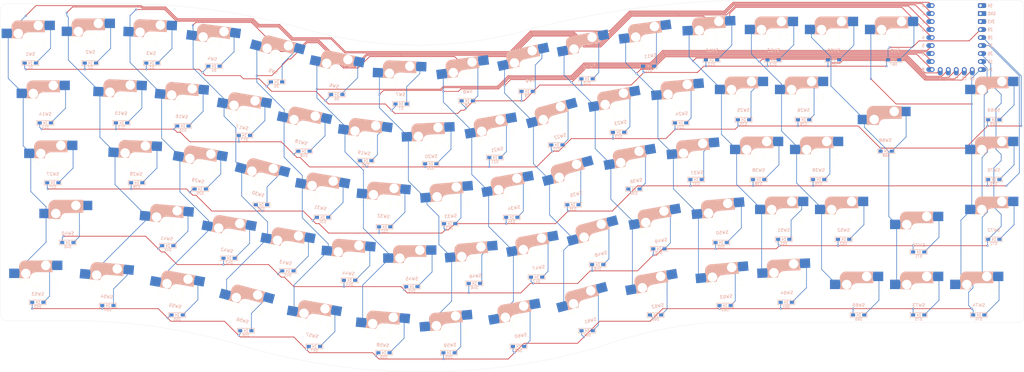
<source format=kicad_pcb>
(kicad_pcb (version 20240108) (generator "pcbnew") (generator_version "8.0")
  (layers (0 "F.Cu" signal) (31 "B.Cu" signal) (34 "B.Paste" user) (35 "F.Paste" user) (36 "B.SilkS" user "B.Silkscreen") (37 "F.SilkS" user "F.Silkscreen") (38 "B.Mask" user) (39 "F.Mask" user) (44 "Edge.Cuts" user))
  (net 0 "")
  (net 1 "Net-(D1-A)")
  (net 2 "row0")
  (net 3 "Net-(D2-A)")
  (net 4 "Net-(D3-A)")
  (net 5 "Net-(D4-A)")
  (net 6 "Net-(D5-A)")
  (net 7 "Net-(D6-A)")
  (net 8 "Net-(D7-A)")
  (net 9 "Net-(D8-A)")
  (net 10 "Net-(D9-A)")
  (net 11 "Net-(D10-A)")
  (net 12 "Net-(D11-A)")
  (net 13 "Net-(D12-A)")
  (net 14 "Net-(D13-A)")
  (net 15 "Net-(D14-A)")
  (net 16 "row1")
  (net 17 "Net-(D15-A)")
  (net 18 "Net-(D16-A)")
  (net 19 "Net-(D17-A)")
  (net 20 "Net-(D18-A)")
  (net 21 "Net-(D19-A)")
  (net 22 "Net-(D20-A)")
  (net 23 "Net-(D21-A)")
  (net 24 "Net-(D22-A)")
  (net 25 "Net-(D23-A)")
  (net 26 "Net-(D24-A)")
  (net 27 "Net-(D25-A)")
  (net 28 "Net-(D26-A)")
  (net 29 "Net-(D27-A)")
  (net 30 "row2")
  (net 31 "Net-(D28-A)")
  (net 32 "Net-(D29-A)")
  (net 33 "Net-(D30-A)")
  (net 34 "Net-(D31-A)")
  (net 35 "Net-(D32-A)")
  (net 36 "Net-(D33-A)")
  (net 37 "Net-(D34-A)")
  (net 38 "Net-(D35-A)")
  (net 39 "Net-(D36-A)")
  (net 40 "Net-(D37-A)")
  (net 41 "Net-(D38-A)")
  (net 42 "Net-(D39-A)")
  (net 43 "row3")
  (net 44 "Net-(D40-A)")
  (net 45 "Net-(D41-A)")
  (net 46 "Net-(D42-A)")
  (net 47 "Net-(D43-A)")
  (net 48 "Net-(D44-A)")
  (net 49 "Net-(D45-A)")
  (net 50 "Net-(D46-A)")
  (net 51 "Net-(D47-A)")
  (net 52 "Net-(D48-A)")
  (net 53 "Net-(D49-A)")
  (net 54 "Net-(D50-A)")
  (net 55 "Net-(D51-A)")
  (net 56 "Net-(D52-A)")
  (net 57 "row4")
  (net 58 "Net-(D53-A)")
  (net 59 "Net-(D54-A)")
  (net 60 "Net-(D55-A)")
  (net 61 "Net-(D56-A)")
  (net 62 "Net-(D57-A)")
  (net 63 "Net-(D58-A)")
  (net 64 "Net-(D59-A)")
  (net 65 "Net-(D60-A)")
  (net 66 "Net-(D61-A)")
  (net 67 "Net-(D62-A)")
  (net 68 "Net-(D63-A)")
  (net 69 "Net-(D64-A)")
  (net 70 "Net-(D65-A)")
  (net 71 "Net-(D66-A)")
  (net 72 "col13")
  (net 73 "Net-(D67-A)")
  (net 74 "Net-(D68-A)")
  (net 75 "Net-(D69-A)")
  (net 76 "Net-(D70-A)")
  (net 77 "Net-(D71-A)")
  (net 78 "Net-(D72-A)")
  (net 79 "Net-(D73-A)")
  (net 80 "Net-(D74-A)")
  (net 81 "col14")
  (net 84 "col0")
  (net 85 "col1")
  (net 86 "col2")
  (net 87 "col3")
  (net 88 "col4")
  (net 89 "col5")
  (net 90 "col6")
  (net 91 "col7")
  (net 92 "col8")
  (net 93 "col9")
  (net 94 "col10")
  (net 95 "col11")
  (net 96 "col12")
  (footprint "kbd_Parts:Diode_SMD" (layer "F.Cu") (at 286.575 107)
    (property "Reference" "D37")
    (property "Value" "D" (hide yes))
  )
  (footprint "kbd_Parts:Diode_SMD" (layer "F.Cu") (at 333.375 126)
    (property "Reference" "D52")
    (property "Value" "D" (hide yes))
  )
  (footprint "kbd_Parts:Diode_SMD" (layer "F.Cu") (at 187.586977 162)
    (property "Reference" "D58")
    (property "Value" "D" (hide yes))
  )
  (footprint "kbd_Parts:Diode_SMD" (layer "F.Cu") (at 338.1375 150)
    (property "Reference" "D65")
    (property "Value" "D" (hide yes))
  )
  (footprint "kbd_SW:CherryMX_Hotswap_1u" (layer "F.Cu") (at 113.925 62.9125 -2.5)
    (property "Reference" "SW3")
    (property "Value" "SW_PUSH" (hide yes))
  )
  (footprint "kbd_Parts:Diode_SMD" (layer "F.Cu") (at 381 126)
    (property "Reference" "D72")
    (property "Value" "D" (hide yes))
  )
  (footprint "kbd_Parts:Diode_SMD" (layer "F.Cu") (at 357.1875 130)
    (property "Reference" "D71")
    (property "Value" "D" (hide yes))
  )
  (footprint "kbd_SW:CherryMX_Hotswap_1u" (layer "F.Cu") (at 181.825 94.6125 -7.5)
    (property "Reference" "SW19")
    (property "Value" "SW_PUSH" (hide yes))
  )
  (footprint "kbd_Parts:Diode_SMD" (layer "F.Cu") (at 168.125 119)
    (property "Reference" "D31")
    (property "Value" "D" (hide yes))
  )
  (footprint "kbd_Parts:Diode_SMD" (layer "F.Cu") (at 314.375 126)
    (property "Reference" "D51")
    (property "Value" "D" (hide yes))
  )
  (footprint "kbd_Hole:m2_Screw_Hole_EdgeCuts" (layer "F.Cu") (at 315 106)
    (property "Reference" "Ref**" (hide yes))
    (property "Value" "Val**" (hide yes))
    (fp_circle (center 0 0) (end 1.1 0) (stroke (width 0.01)) (fill none) (layer "Edge.Cuts"))
  )
  (footprint "kbd_Parts:Diode_SMD" (layer "F.Cu") (at 153.525 76)
    (property "Reference" "D5")
    (property "Value" "D" (hide yes))
  )
  (footprint "kbd_SW:CherryMX_Hotswap_1u" (layer "F.Cu") (at 109.175 101.2625 -2.5)
    (property "Reference" "SW28")
    (property "Value" "SW_PUSH" (hide yes))
  )
  (footprint "kbd_Parts:Diode_SMD" (layer "F.Cu") (at 230.275 160)
    (property "Reference" "D60")
    (property "Value" "D" (hide yes))
  )
  (footprint "kbd_SW:CherryMX_Hotswap_1u" (layer "F.Cu") (at 168.125 112.0625 -10)
    (property "Reference" "SW31")
    (property "Value" "SW_PUSH" (hide yes))
  )
  (footprint "kbd_SW:CherryMX_Hotswap_1u" (layer "F.Cu") (at 213.675 75.0625 7.5)
    (property "Reference" "SW8")
    (property "Value" "SW_PUSH" (hide yes))
  )
  (footprint "kbd_Parts:Diode_SMD" (layer "F.Cu") (at 143.325 93)
    (property "Reference" "D17")
    (property "Value" "D" (hide yes))
  )
  (footprint "kbd_SW:CherryMX_Hotswap_1u" (layer "F.Cu") (at 216.258077 133.649812 5)
    (property "Reference" "SW46")
    (property "Value" "SW_PUSH" (hide yes))
  )
  (footprint "kbd_Parts:Diode_SMD" (layer "F.Cu") (at 100.025 147)
    (property "Reference" "D54")
    (property "Value" "D" (hide yes))
  )
  (footprint "kbd_SW:CherryMX_Hotswap_1u" (layer "F.Cu") (at 187.825 114.6625 -5)
    (property "Reference" "SW32")
    (property "Value" "SW_PUSH" (hide yes))
  )
  (footprint "kbd_SW:CherryMX_Hotswap_1u" (layer "F.Cu") (at 222.775 93.5125 10)
    (property "Reference" "SW21")
    (property "Value" "SW_PUSH" (hide yes))
  )
  (footprint "kbd_SW:CherryMX_Hotswap_1u" (layer "F.Cu") (at 252.075 67.3125 11)
    (property "Reference" "SW10")
    (property "Value" "SW_PUSH" (hide yes))
  )
  (footprint "kbd_Parts:Diode_SMD" (layer "F.Cu") (at 281.675 89)
    (property "Reference" "D24")
    (property "Value" "D" (hide yes))
  )
  (footprint "kbd_Parts:Diode_SMD" (layer "F.Cu") (at 138.475 132)
    (property "Reference" "D42")
    (property "Value" "D" (hide yes))
  )
  (footprint "kbd_SW:CherryMX_Hotswap_1u" (layer "F.Cu") (at 233.225 71.6125 12.5)
    (property "Reference" "SW9")
    (property "Value" "SW_PUSH" (hide yes))
  )
  (footprint "kbd_Parts:Diode_SMD" (layer "F.Cu") (at 109.175 108)
    (property "Reference" "D28")
    (property "Value" "D" (hide yes))
  )
  (footprint "kbd_Parts:Diode_SMD" (layer "F.Cu") (at 325.45625 107)
    (property "Reference" "D39")
    (property "Value" "D" (hide yes))
  )
  (footprint "kbd_Hole:m2_Screw_Hole_EdgeCuts" (layer "F.Cu") (at 387 53)
    (property "Reference" "Ref**" (hide yes))
    (property "Value" "Val**" (hide yes))
    (fp_circle (center 0 0) (end 1.1 0) (stroke (width 0.01)) (fill none) (layer "Edge.Cuts"))
  )
  (footprint "kbd_Parts:Diode_SMD" (layer "F.Cu") (at 315.175 146)
    (property "Reference" "D64")
    (property "Value" "D" (hide yes))
  )
  (footprint "kbd_Parts:Diode_SMD" (layer "F.Cu") (at 214 82)
    (property "Reference" "D8")
    (property "Value" "D" (hide yes))
  )
  (footprint "kbd_SW:CherryMX_Hotswap_1u" (layer "F.Cu") (at 119.025 121.7625 -5)
    (property "Reference" "SW41")
    (property "Value" "SW_PUSH" (hide yes))
  )
  (footprint "kbd_Hole:m2_Screw_Hole_EdgeCuts" (layer "F.Cu") (at 388 150)
    (property "Reference" "Ref**" (hide yes))
    (property "Value" "Val**" (hide yes))
    (fp_circle (center 0 0) (end 1.1 0) (stroke (width 0.01)) (fill none) (layer "Edge.Cuts"))
  )
  (footprint "kbd_Parts:Diode_SMD" (layer "F.Cu") (at 357.1875 150)
    (property "Reference" "D73")
    (property "Value" "D" (hide yes))
  )
  (footprint "kbd_Parts:Diode_SMD" (layer "F.Cu") (at 381 107)
    (property "Reference" "D70")
    (property "Value" "D" (hide yes))
  )
  (footprint "kbd_Parts:Diode_SMD" (layer "F.Cu") (at 75.425 70)
    (property "Reference" "D1")
    (property "Value" "D" (hide yes))
  )
  (footprint "kbd_SW:CherryMX_Hotswap_1u" (layer "F.Cu") (at 333.375 119.0625)
    (property "Reference" "SW52")
    (property "Value" "SW_PUSH" (hide yes))
  )
  (footprint "kbd_SW:CherryMX_Hotswap_1u" (layer "F.Cu") (at 157.125 129.4625 -10)
    (property "Reference" "SW43")
    (property "Value" "SW_PUSH" (hide yes))
  )
  (footprint "kbd_SW:CherryMX_Hotswap_1u" (layer "F.Cu") (at 208.225 155.6125 5)
    (property "Reference" "SW59")
    (property "Value" "SW_PUSH" (hide yes))
  )
  (footprint "kbd_SW:CherryMX_Hotswap_1u" (layer "F.Cu") (at 325.45625 100.0125)
    (property "Reference" "SW39")
    (property "Value" "SW_PUSH" (hide yes))
  )
  (footprint "kbd_Parts:Diode_SMD" (layer "F.Cu") (at 80.175 89)
    (property "Reference" "D14")
    (property "Value" "D" (hide yes))
  )
  (footprint "kbd_Parts:Diode_SMD" (layer "F.Cu") (at 119.025 128)
    (property "Reference" "D41")
    (property "Value" "D" (hide yes))
  )
  (footprint "kbd_SW:CherryMX_Hotswap_1u" (layer "F.Cu") (at 193.025 75.9625 -2.5)
    (property "Reference" "SW7")
    (property "Value" "SW_PUSH" (hide yes))
  )
  (footprint "kbd_SW:CherryMX_Hotswap_2.25u" (layer "F.Cu") (at 87.33125 120.3125)
    (property "Reference" "SW40")
    (property "Value" "SW_PUSH" (hide yes))
  )
  (footprint "kbd_SW:CherryMX_Hotswap_1u" (layer "F.Cu") (at 357.1875 123.825)
    (property "Reference" "SW71")
    (property "Value" "SW_PUSH" (hide yes))
  )
  (footprint "kbd_SW:CherryMX_Hotswap_1u" (layer "F.Cu") (at 187.586977 155.612451 -5)
    (property "Reference" "SW58")
    (property "Value" "SW_PUSH" (hide yes))
  )
  (footprint "kbd_SW:CherryMX_Hotswap_1.5u" (layer "F.Cu") (at 80.175 82.2125)
    (property "Reference" "SW14")
    (property "Value" "SW_PUSH" (hide yes))
  )
  (footprint "kbd_SW:CherryMX_Hotswap_1.25u" (layer "F.Cu") (at 273.725 143.2125 10)
    (property "Reference" "SW62")
    (property "Value" "SW_PUSH" (hide yes))
  )
  (footprint "kbd_Parts:Diode_SMD" (layer "F.Cu") (at 236 138)
    (property "Reference" "D47")
    (property "Value" "D" (hide yes))
  )
  (footprint "kbd_SW:CherryMX_Hotswap_1u" (layer "F.Cu") (at 75.425 63.1625)
    (property "Reference" "SW1")
    (property "Value" "SW_PUSH" (hide yes))
  )
  (footprint "kbd_SW:CherryMX_Hotswap_1u" (layer "F.Cu") (at 314.375 119.0625)
    (property "Reference" "SW51")
    (property "Value" "SW_PUSH" (hide yes))
  )
  (footprint "kbd_SW:CherryMX_Hotswap_1u" (layer "F.Cu") (at 255.375 126.7625 15)
    (property "Reference" "SW48")
    (property "Value" "SW_PUSH" (hide yes))
  )
  (footprint "kbd_Hole:m2_Screw_Hole_EdgeCuts" (layer "F.Cu") (at 69 54)
    (property "Reference" "Ref**" (hide yes))
    (property "Value" "Val**" (hide yes))
    (fp_circle (center 0 0) (end 1.1 0) (stroke (width 0.01)) (fill none) (layer "Edge.Cuts"))
  )
  (footprint "kbd_Parts:Diode_SMD" (layer "F.Cu") (at 262 92)
    (property "Reference" "D23")
    (property "Value" "D" (hide yes))
  )
  (footprint "askey:RP2040-Zero-TH" (layer "F.Cu") (at 369.09375 61.9125)
    (property "Reference" "U1" (hide yes))
    (property "Value" "RP2040-Zero" (hide yes))
  )
  (footprint "kbd_Parts:Diode_SMD" (layer "F.Cu") (at 133.675 71)
    (property "Reference" "D4")
    (property "Value" "D" (hide yes))
  )
  (footprint "kbd_SW:CherryMX_Hotswap_1u" (layer "F.Cu") (at 129.325 103.4625 -10)
    (property "Reference" "SW29")
    (property "Value" "SW_PUSH" (hide yes))
  )
  (footprint "kbd_Parts:Diode_SMD" (layer "F.Cu") (at 176.675 139)
    (property "Reference" "D44")
    (property "Value" "D" (hide yes))
  )
  (footprint "kbd_Parts:Diode_SMD" (layer "F.Cu") (at 143.775 155)
    (property "Reference" "D56")
    (property "Value" "D" (hide yes))
  )
  (footprint "kbd_SW:CherryMX_Hotswap_1u" (layer "F.Cu") (at 381 119.0625)
    (property "Reference" "SW72")
    (property "Value" "SW_PUSH" (hide yes))
  )
  (footprint "kbd_Parts:Diode_SMD" (layer "F.Cu") (at 122 150)
    (property "Reference" "D55")
    (property "Value" "D" (hide yes))
  )
  (footprint "kbd_Parts:Diode_SMD" (layer "F.Cu") (at 255.375 134)
    (property "Reference" "D48")
    (property "Value" "D" (hide yes))
  )
  (footprint "kbd_SW:CherryMX_Hotswap_1u" (layer "F.Cu") (at 143.325 86.5625 -10)
    (property "Reference" "SW17")
    (property "Value" "SW_PUSH" (hide yes))
  )
  (footprint "kbd_Parts:Diode_SMD" (layer "F.Cu") (at 381 88)
    (property "Reference" "D69")
    (property "Value" "D" (hide yes))
  )
  (footprint "kbd_Parts:Diode_SMD" (layer "F.Cu") (at 346.875 98)
    (property "Reference" "D68")
    (property "Value" "D" (hide yes))
  )
  (footprint "kbd_Hole:m2_Screw_Hole_EdgeCuts" (layer "F.Cu") (at 219 161)
    (property "Reference" "Ref**" (hide yes))
    (property "Value" "Val**" (hide yes))
    (fp_circle (center 0 0) (end 1.1 0) (stroke (width 0.01)) (fill none) (layer "Edge.Cuts"))
  )
  (footprint "kbd_SW:CherryMX_Hotswap_1u" (layer "F.Cu") (at 123.825 83.0125 -5)
    (property "Reference" "SW16")
    (property "Value" "SW_PUSH" (hide yes))
  )
  (footprint "kbd_SW:CherryMX_Hotswap_1.25u" (layer "F.Cu") (at 122.075 143.2125 -10)
    (property "Reference" "SW55")
    (property "Value" "SW_PUSH" (hide yes))
  )
  (footprint "kbd_Parts:Diode_SMD" (layer "F.Cu") (at 123.825 90)
    (property "Reference" "D16")
    (property "Value" "D" (hide yes))
  )
  (footprint "kbd_SW:CherryMX_Hotswap_1u" (layer "F.Cu") (at 294.525 119.8625 5)
    (property "Reference" "SW50")
    (property "Value" "SW_PUSH" (hide yes))
  )
  (footprint "kbd_SW:CherryMX_Hotswap_1.25u" (layer "F.Cu") (at 77.80625 139.3625)
    (property "Reference" "SW53")
    (property "Value" "SW_PUSH" (hide yes))
  )
  (footprint "kbd_SW:CherryMX_Hotswap_1.25u" (layer "F.Cu") (at 230.275 152.6125 10)
    (property "Reference" "SW60")
    (property "Value" "SW_PUSH" (hide yes))
  )
  (footprint "kbd_SW:CherryMX_Hotswap_1u" (layer "F.Cu") (at 291.475 61.9625 2.5)
    (property "Reference" "SW12")
    (property "Value" "SW_PUSH" (hide yes))
  )
  (footprint "kbd_SW:CherryMX_Hotswap_1u" (layer "F.Cu") (at 381 80.9625)
    (property "Reference" "SW69")
    (property "Value" "SW_PUSH" (hide yes))
  )
  (footprint "kbd_SW:CherryMX_Hotswap_1.75u" (layer "F.Cu") (at 82.56875 101.2625)
    (property "Reference" "SW27")
    (property "Value" "SW_PUSH" (hide yes))
  )
  (footprint "kbd_SW:CherryMX_Hotswap_1u" (layer "F.Cu") (at 357.1875 142.875)
    (property "Reference" "SW73")
    (property "Value" "SW_PUSH" (hide yes))
  )
  (footprint "kbd_Parts:Diode_SMD" (layer "F.Cu") (at 291.475 69)
    (property "Reference" "D12")
    (property "Value" "D" (hide yes))
  )
  (footprint "kbd_Parts:Diode_SMD" (layer "F.Cu") (at 228.125 119)
    (property "Reference" "D34")
    (property "Value" "D" (hide yes))
  )
  (footprint "kbd_SW:CherryMX_Hotswap_1u" (layer "F.Cu") (at 235.975 131.0625 10)
    (property "Reference" "SW47")
    (property "Value" "SW_PUSH" (hide yes))
  )
  (footprint "kbd_Parts:Diode_SMD" (layer "F.Cu") (at 247.525 115)
    (property "Reference" "D35")
    (property "Value" "D" (hide yes))
  )
  (footprint "kbd_SW:CherryMX_Hotswap_1u" (layer "F.Cu") (at 311.125 61.9125)
    (property "Reference" "SW13")
    (property "Value" "SW_PUSH" (hide yes))
  )
  (footprint "kbd_Parts:Diode_SMD" (layer "F.Cu") (at 208.425 121)
    (property "Reference" "D33")
    (property "Value" "D" (hide yes))
  )
  (footprint "kbd_Parts:Diode_SMD" (layer "F.Cu") (at 172.625 80)
    (property "Reference" "D6")
    (property "Value" "D" (hide yes))
  )
  (footprint "kbd_Parts:Diode_SMD" (layer "F.Cu") (at 301.625 88)
    (property "Reference" "D25")
    (property "Value" "D" (hide yes))
  )
  (footprint "kbd_SW:CherryMX_Hotswap_1u" (layer "F.Cu") (at 172.625 73.3625 -12)
    (property "Reference" "SW6")
    (property "Value" "SW_PUSH" (hide yes))
  )
  (footprint "kbd_Parts:Diode_SMD" (layer "F.Cu") (at 274.775 129)
    (property "Reference" "D49")
    (property "Value" "D" (hide yes))
  )
  (footprint "kbd_SW:CherryMX_Hotswap_1u" (layer "F.Cu") (at 295.775 140.2125 5)
    (property "Reference" "SW63")
    (property "Value" "SW_PUSH" (hide yes))
  )
  (footprint "kbd_Parts:Diode_SMD" (layer "F.Cu") (at 94.475 70)
    (property "Reference" "D2")
    (property "Value" "D" (hide yes))
  )
  (footprint "kbd_Parts:Diode_SMD" (layer "F.Cu") (at 216.258077 140)
    (property "Reference" "D46")
    (property "Value" "D" (hide yes))
  )
  (footprint "kbd_Parts:Diode_SMD" (layer "F.Cu") (at 129.325 110)
    (property "Reference" "D29")
    (property "Value" "D" (hide yes))
  )
  (footprint "kbd_Parts:Diode_SMD" (layer "F.Cu") (at 148.725 115)
    (property "Reference" "D30")
    (property "Value" "D" (hide yes))
  )
  (footprint "kbd_Parts:Diode_SMD" (layer "F.Cu") (at 294.525 127)
    (property "Reference" "D50")
    (property "Value" "D" (hide yes))
  )
  (footprint "kbd_Parts:Diode_SMD" (layer "F.Cu") (at 82.56875 108)
    (property "Reference" "D27")
    (property "Value" "D" (hide yes))
  )
  (footprint "kbd_SW:CherryMX_Hotswap_1u" (layer "F.Cu") (at 315.175 138.9625 2.5)
    (property "Reference" "SW64")
    (property "Value" "SW_PUSH" (hide yes))
  )
  (footprint "kbd_Parts:Diode_SMD" (layer "F.Cu") (at 165.525 160)
    (property "Reference" "D57")
    (property "Value" "D" (hide yes))
  )
  (footprint "kbd_Parts:Diode_SMD" (layer "F.Cu") (at 266.875 110)
    (property "Reference" "D36")
    (property "Value" "D" (hide yes))
  )
  (footprint "kbd_Hole:m2_Screw_Hole_EdgeCuts" (layer "F.Cu") (at 69 149)
    (property "Reference" "Ref**" (hide yes))
    (property "Value" "Val**" (hide yes))
    (fp_circle (center 0 0) (end 1.1 0) (stroke (width 0.01)) (fill none) (layer "Edge.Cuts"))
  )
  (footprint "kbd_SW:CherryMX_Hotswap_1u" (layer "F.Cu") (at 271.525 63.7625 7.5)
    (property "Reference" "SW11")
    (property "Value" "SW_PUSH" (hide yes))
  )
  (footprint "kbd_Parts:Diode_SMD" (layer "F.Cu") (at 311 69)
    (property "Reference" "D13")
    (property "Value" "D" (hide yes))
  )
  (footprint "kbd_Parts:Diode_SMD" (layer "F.Cu") (at 157.125 136)
    (property "Reference" "D43")
    (property "Value" "D" (hide yes))
  )
  (footprint "kbd_SW:CherryMX_Hotswap_1u" (layer "F.Cu") (at 281.675 82.1125 5)
    (property "Reference" "SW24")
    (property "Value" "SW_PUSH" (hide yes))
  )
  (footprint "kbd_Hole:m2_Screw_Hole_EdgeCuts" (layer "F.Cu") (at 138 110)
    (property "Reference" "Ref**" (hide yes))
    (property "Value" "Val**" (hide yes))
    (fp_circle (center 0 0) (end 1.1 0) (stroke (width 0.01)) (fill none) (layer "Edge.Cuts"))
  )
  (footprint "kbd_Parts:Diode_SMD" (layer "F.Cu") (at 77.80625 146)
    (property "Reference" "D53")
    (property "Value" "D" (hide yes))
  )
  (footprint "kbd_SW:CherryMX_Hotswap_1u" (layer "F.Cu") (at 100.025 140.2125 -5)
    (property "Reference" "SW54")
    (property "Value" "SW_PUSH" (hide yes))
  )
  (footprint "kbd_Parts:Diode_SMD" (layer "F.Cu") (at 376.2375 150)
    (property "Reference" "D74")
    (property "Value" "D" (hide yes))
  )
  (footprint "kbd_SW:CherryMX_Hotswap_1u" (layer "F.Cu") (at 381 100.0125)
    (property "Reference" "SW70")
    (property "Value" "SW_PUSH" (hide yes))
  )
  (footprint "kbd_SW:CherryMX_Hotswap_1u" (layer "F.Cu") (at 261.925 85.0125 10)
    (property "Reference" "SW23")
    (property "Value" "SW_PUSH" (hide yes))
  )
  (footprint "kbd_SW:CherryMX_Hotswap_1u" (layer "F.Cu") (at 196.425 134.5125)
    (property "Reference" "SW45")
    (property "Value" "SW_PUSH" (hide yes))
  )
  (footprint "kbd_Parts:Diode_SMD" (layer "F.Cu") (at 273.725 150)
    (property "Reference" "D62")
    (property "Value" "D" (hide yes))
  )
  (footprint "kbd_SW:CherryMX_Hotswap_1u" (layer "F.Cu") (at 208.425 114.6625 5)
    (property "Reference" "SW33")
    (property "Value" "SW_PUSH" (hide yes))
  )
  (footprint "kbd_SW:CherryMX_Hotswap_1u" (layer "F.Cu") (at 133.675 64.7125 -7.5)
    (property "Reference" "SW4")
    (property "Value" "SW_PUSH" (hide yes))
  )
  (footprint "kbd_Parts:Diode_SMD" (layer "F.Cu") (at 320.675 88)
    (property "Reference" "D26")
    (property "Value" "D" (hide yes))
  )
  (footprint "kbd_SW:CherryMX_Hotswap_1u" (layer "F.Cu") (at 104.375 81.9625 -2.5)
    (property "Reference" "SW15")
    (property "Value" "SW_PUSH" (hide yes))
  )
  (footprint "kbd_Parts:Diode_SMD" (layer "F.Cu") (at 252 75)
    (property "Reference" "D10")
    (property "Value" "D" (hide yes))
  )
  (footprint "kbd_Parts:Diode_SMD" (layer "F.Cu") (at 196.425 141)
    (property "Reference" "D45")
    (property "Value" "D" (hide yes))
  )
  (footprint "kbd_SW:CherryMX_Hotswap_1u" (layer "F.Cu") (at 162.225 91.2625 -12.5)
    (property "Reference" "SW18")
    (property "Value" "SW_PUSH" (hide yes))
  )
  (footprint "kbd_SW:CherryMX_Hotswap_1u" (layer "F.Cu") (at 153.525 68.7625 -15)
    (property "Reference" "SW5")
    (property "Value" "SW_PUSH" (hide yes))
  )
  (footprint "kbd_Parts:Diode_SMD" (layer "F.Cu") (at 306.425 107)
    (property "Reference" "D38")
    (property "Value" "D" (hide yes))
  )
  (footprint "kbd_SW:CherryMX_Hotswap_1u" (layer "F.Cu") (at 349.225 61.9125)
    (property "Reference" "SW67")
    (property "Value" "SW_PUSH" (hide yes))
  )
  (footprint "kbd_SW:CherryMX_Hotswap_1u" (layer "F.Cu") (at 94.475 62.5125)
    (property "Reference" "SW2")
    (property "Value" "SW_PUSH" (hide yes))
  )
  (footprint "kbd_SW:CherryMX_Hotswap_1u" (layer "F.Cu") (at 148.725 107.7625 -15)
    (property "Reference" "SW30")
    (property "Value" "SW_PUSH" (hide yes))
  )
  (footprint "kbd_SW:CherryMX_Hotswap_1u" (layer "F.Cu") (at 306.425 100.0125)
    (property "Reference" "SW38")
    (property "Value" "SW_PUSH" (hide yes))
  )
  (footprint "kbd_SW:CherryMX_Hotswap_1u" (layer "F.Cu") (at 266.875 103.4625 10)
    (property "Reference" "SW36")
    (property "Value" "SW_PUSH" (hide yes))
  )
  (footprint "kbd_SW:CherryMX_Hotswap_1u" (layer "F.Cu") (at 330.175 61.9125)
    (property "Reference" "SW66")
    (property "Value" "SW_PUSH" (hide yes))
  )
  (footprint "kbd_SW:CherryMX_Hotswap_1u" (layer "F.Cu") (at 320.675 80.9625)
    (property "Reference" "SW26")
    (property "Value" "SW_PUSH" (hide yes))
  )
  (footprint "kbd_Parts:Diode_SMD" (layer "F.Cu") (at 252.025 155)
    (property "Reference" "D61")
    (property "Value" "D" (hide yes))
  )
  (footprint "kbd_SW:CherryMX_Hotswap_1u" (layer "F.Cu") (at 176.675 132.8125 -5)
    (property "Reference" "SW44")
    (property "Value" "SW_PUSH" (hide yes))
  )
  (footprint "kbd_SW:CherryMX_Hotswap_1u" (layer "F.Cu") (at 286.575 100.8625 5)
    (property "Reference" "SW37")
    (property "Value" "SW_PUSH" (hide yes))
  )
  (footprint "kbd_SW:CherryMX_Hotswap_ISO" (layer "F.Cu") (at 346.875 90.4625 90)
    (property "Reference" "SW68")
    (property "Value" "SW_PUSH" (hide yes))
  )
  (footprint "kbd_SW:CherryMX_Hotswap_1u" (layer "F.Cu") (at 252.025 147.9125 15)
    (property "Reference" "SW61")
    (property "Value" "SW_PUSH" (hide yes))
  )
  (footprint "kbd_SW:CherryMX_Hotswap_1u" (layer "F.Cu") (at 202.425 95.6625 2.5)
    (property "Reference" "SW20")
    (property "Value" "SW_PUSH" (hide yes))
  )
  (footprint "kbd_Parts:Diode_SMD" (layer "F.Cu") (at 181.825 101)
    (property "Reference" "D19")
    (property "Value" "D" (hide yes))
  )
  (footprint "kbd_Parts:Diode_SMD" (layer "F.Cu") (at 233 79)
    (property "Reference" "D9")
    (property "Value" "D" (hide yes))
  )
  (footprint "kbd_Parts:Diode_SMD" (layer "F.Cu") (at 349.225 69)
    (property "Reference" "D67")
    (property "Value" "D" (hide yes))
  )
  (footprint "kbd_SW:CherryMX_Hotswap_1u" (layer "F.Cu") (at 138.475 125.5625 -10)
    (property "Reference" "SW42")
    (property "Value" "SW_PUSH" (hide yes))
  )
  (footprint "kbd_SW:CherryMX_Hotswap_1u" (layer "F.Cu") (at 338.1375 142.875)
    (property "Reference" "SW65")
    (property "Value" "SW_PUSH" (hide yes))
  )
  (footprint "kbd_SW:CherryMX_Hotswap_1.25u" (layer "F.Cu") (at 165.525 152.6125 -10)
    (property "Reference" "SW57")
    (property "Value" "SW_PUSH" (hide yes))
  )
  (footprint "kbd_Parts:Diode_SMD" (layer "F.Cu") (at 222.775 100)
    (property "Reference" "D21")
    (property "Value" "D" (hide yes))
  )
  (footprint "kbd_Parts:Diode_SMD" (layer "F.Cu") (at 104.375 89)
    (property "Reference" "D15")
    (property "Value" "D" (hide yes))
  )
  (footprint "kbd_Parts:Diode_SMD" (layer "F.Cu") (at 87.33125 127)
    (property "Reference" "D40")
    (property "Value" "D" (hide yes))
  )
  (footprint "kbd_Parts:Diode_SMD" (layer "F.Cu") (at 187.825 122)
    (property "Reference" "D32")
    (property "Value" "D" (hide yes))
  )
  (footprint "kbd_SW:CherryMX_Hotswap_1u" (layer "F.Cu") (at 228.125 112.0625 10)
    (property "Reference" "SW34")
    (property "Value" "SW_PUSH" (hide yes))
  )
  (footprint "kbd_Hole:m2_Screw_Hole_EdgeCuts" (layer "F.Cu") (at 222.478201 74.57483)
    (property "Reference" "Ref**" (hide yes))
    (property "Value" "Val**" (hide yes))
    (fp_circle (center 0 0) (end 1.1 0) (stroke (width 0.01)) (fill none) (layer "Edge.Cuts"))
  )
  (footprint "kbd_Parts:Diode_SMD" (layer "F.Cu") (at 271.525 71)
    (property "Reference" "D11")
    (property "Value" "D" (hide yes))
  )
  (footprint "kbd_SW:CherryMX_Hotswap_1u" (layer "F.Cu") (at 247.525 107.7625 15)
    (property "Reference" "SW35")
    (property "Value" "SW_PUSH" (hide yes))
  )
  (footprint "kbd_Parts:Diode_SMD" (layer "F.Cu") (at 193.025 83)
    (property "Reference" "D7")
    (property "Value" "D" (hide yes))
  )
  (footprint "kbd_SW:CherryMX_Hotswap_1u" (layer "F.Cu") (at 274.775 122.4625 10)
    (property "Reference" "SW49")
    (property "Value" "SW_PUSH" (hide yes))
  )
  (footprint "kbd_Parts:Diode_SMD" (layer "F.Cu") (at 162.225 98)
    (property "Reference" "D18")
    (property "Value" "D" (hide yes))
  )
  (footprint "kbd_Parts:Diode_SMD" (layer "F.Cu") (at 208.225 162)
    (property "Reference" "D59")
    (property "Value" "D" (hide yes))
  )
  (footprint "kbd_SW:CherryMX_Hotswap_1u" (layer "F.Cu") (at 301.625 80.9625)
    (property "Reference" "SW25")
    (property "Value" "SW_PUSH" (hide yes))
  )
  (footprint "kbd_Parts:Diode_SMD" (layer "F.Cu") (at 295.775 147)
    (property "Reference" "D63")
    (property "Value" "D" (hide yes))
  )
  (footprint "kbd_Parts:Diode_SMD" (layer "F.Cu") (at 202.425 102)
    (property "Reference" "D20")
    (property "Value" "D" (hide yes))
  )
  (footprint "kbd_Parts:Diode_SMD" (layer "F.Cu") (at 114 70)
    (property "Reference" "D3")
    (property "Value" "D" (hide yes))
  )
  (footprint "kbd_Parts:Diode_SMD" (layer "F.Cu") (at 242.425 96)
    (property "Reference" "D22")
    (property "Value" "D" (hide yes))
  )
  (footprint "kbd_Parts:Diode_SMD" (layer "F.Cu") (at 330.175 69)
    (property "Reference" "D66")
    (property "Value" "D" (hide yes))
  )
  (footprint "kbd_SW:CherryMX_Hotswap_1u" (layer "F.Cu") (at 242.425 89.4125 15)
    (property "Reference" "SW22")
    (property "Value" "SW_PUSH" (hide yes))
  )
  (footprint "kbd_SW:CherryMX_Hotswap_1u" (layer "F.Cu") (at 143.775 147.9125 -15)
    (property "Reference" "SW56")
    (property "Value" "SW_PUSH" (hide yes))
  )
  (footprint "kbd_SW:CherryMX_Hotswap_1u" (layer "F.Cu") (at 376.2375 142.875)
    (property "Reference" "SW74")
    (property "Value" "SW_PUSH" (hide yes))
  )
  (gr_arc (start 229.004867 60.575697) (mid 265.370876 52.922903) (end 302.41875 50.006251) (stroke (width 0.05)) (layer "Edge.Cuts"))
  (gr_arc (start 229.004867 60.575697) (mid 195.73513 64.262337) (end 162.642424 59.228494) (stroke (width 0.05)) (layer "Edge.Cuts"))
  (gr_line (start 65.899548 53.159371) (end 65.877696 149.821647) (stroke (width 0.05)) (layer "Edge.Cuts"))
  (gr_arc (start 67.877696 151.822099) (mid 66.463326 151.236151) (end 65.877696 149.821647) (stroke (width 0.05)) (layer "Edge.Cuts"))
  (gr_arc (start 390.525 150.4) (mid 389.939214 151.814214) (end 388.525 152.4) (stroke (width 0.05)) (layer "Edge.Cuts"))
  (gr_line (start 388.525 152.4) (end 290.836868 152.4) (stroke (width 0.05)) (layer "Edge.Cuts"))
  (gr_arc (start 65.899548 53.159371) (mid 66.485494 51.74545) (end 67.899548 51.159823) (stroke (width 0.05)) (layer "Edge.Cuts"))
  (gr_arc (start 388.525 50.00625) (mid 389.939214 50.592036) (end 390.525 52.00625) (stroke (width 0.05)) (layer "Edge.Cuts"))
  (gr_arc (start 89.676663 151.822099) (mid 115.569759 153.782734) (end 140.950793 159.269045) (stroke (width 0.05)) (layer "Edge.Cuts"))
  (gr_arc (start 109.715362 51.159823) (mid 136.4211 53.605387) (end 162.642424 59.228494) (stroke (width 0.05)) (layer "Edge.Cuts"))
  (gr_line (start 390.525 150.4) (end 390.525 52.00625) (stroke (width 0.05)) (layer "Edge.Cuts"))
  (gr_line (start 67.877696 151.822099) (end 89.676663 151.822099) (stroke (width 0.05)) (layer "Edge.Cuts"))
  (gr_line (start 67.899548 51.159823) (end 109.715362 51.159823) (stroke (width 0.05)) (layer "Edge.Cuts"))
  (gr_arc (start 255.210845 160.385277) (mid 272.763491 155.231029) (end 290.836868 152.4) (stroke (width 0.05)) (layer "Edge.Cuts"))
  (gr_line (start 388.525 50.00625) (end 302.41875 50.00625) (stroke (width 0.05)) (layer "Edge.Cuts"))
  (gr_arc (start 255.210845 160.385277) (mid 198 168.1) (end 140.950793 159.269044) (stroke (width 0.05)) (layer "Edge.Cuts"))
  (segment (start 81.855 58.7725) (end 81.855 65.345) (width 0.2) (layer "B.Cu") (net 1))
  (segment (start 81.125 58.0425) (end 81.855 58.7725) (width 0.2) (layer "B.Cu") (net 1))
  (segment (start 81.855 65.345) (end 77.2 70) (width 0.2) (layer "B.Cu") (net 1))
  (segment (start 188 83) (end 170 83) (width 0.2) (layer "F.Cu") (net 2))
  (segment (start 212 85) (end 211 86) (width 0.2) (layer "F.Cu") (net 2))
  (segment (start 130 73) (end 129 72) (width 0.2) (layer "F.Cu") (net 2))
  (segment (start 213 85) (end 212 85) (width 0.2) (layer "F.Cu") (net 2))
  (segment (start 211 86) (end 191 86) (width 0.2) (layer "F.Cu") (net 2))
  (segment (start 232 82) (end 231.204773 82) (width 0.2) (layer "F.Cu") (net 2))
  (segment (start 152 79) (end 150.416442 77.416442) (width 0.2) (layer "F.Cu") (net 2))
  (segment (start 250.268445 77) (end 237 77) (width 0.2) (layer "F.Cu") (net 2))
  (segment (start 328.410723 71) (end 347 71) (width 0.2) (layer "F.Cu") (net 2))
  (segment (start 213.646669 84.353332) (end 213 85) (width 0.2) (layer "F.Cu") (net 2))
  (segment (start 170 83) (end 169 82) (width 0.2) (layer "F.Cu") (net 2))
  (segment (start 166 79) (end 152 79) (width 0.2) (layer "F.Cu") (net 2))
  (segment (start 190 85) (end 188 83) (width 0.2) (layer "F.Cu") (net 2))
  (segment (start 216 82) (end 213.646669 84.353332) (width 0.2) (layer "F.Cu") (net 2))
  (segment (start 266 77) (end 250.268445 77) (width 0.2) (layer "F.Cu") (net 2))
  (segment (start 289 71) (end 287 73) (width 0.2) (layer "F.Cu") (net 2))
  (segment (start 92.73295 72) (end 74 72) (width 0.2) (layer "F.Cu") (net 2))
  (segment (start 309.235033 71) (end 289.722214 71) (width 0.2) (layer "F.Cu") (net 2))
  (segment (start 169 82) (end 166 79) (width 0.2) (layer "F.Cu") (net 2))
  (segment (start 142 74) (end 131 74) (width 0.2) (layer "F.Cu") (net 2))
  (segment (start 112.242418 72) (end 92.73295 72) (width 0.2) (layer "F.Cu") (net 2))
  (segment (start 289.722214 71) (end 289 71) (width 0.2) (layer "F.Cu") (net 2))
  (segment (start 237 77) (end 232 82) (width 0.2) (layer "F.Cu") (net 2))
  (segment (start 148 75) (end 143 75) (width 0.2) (layer "F.Cu") (net 2))
  (segment (start 150.416442 77.416442) (end 148 75) (width 0.2) (layer "F.Cu") (net 2))
  (segment (start 131 74) (end 130 73) (width 0.2) (layer "F.Cu") (net 2))
  (segment (start 373.17375 62.9625) (end 357.264188 62.9625) (width 0.2) (layer "F.Cu") (net 2))
  (segment (start 143 75) (end 142 74) (width 0.2) (layer "F.Cu") (net 2))
  (segment (start 357.264188 62.9625) (end 355.226688 65) (width 0.2) (layer "F.Cu") (net 2))
  (segment (start 287 73) (end 270 73) (width 0.2) (layer "F.Cu") (net 2))
  (segment (start 355.226688 65) (end 348 65) (width 0.2) (layer "F.Cu") (net 2))
  (segment (start 129 72) (end 112.242418 72) (width 0.2) (layer "F.Cu") (net 2))
  (segment (start 231.204773 82) (end 216 82) (width 0.2) (layer "F.Cu") (net 2))
  (segment (start 270 73) (end 266 77) (width 0.2) (layer "F.Cu") (net 2))
  (segment (start 376.76375 59.3725) (end 373.17375 62.9625) (width 0.2) (layer "F.Cu") (net 2))
  (segment (start 191 86) (end 190 85) (width 0.2) (layer "F.Cu") (net 2))
  (segment (start 328.410723 71) (end 309.235033 71) (width 0.2) (layer "F.Cu") (net 2))
  (via (at 112.242418 72) (size 0.6) (drill 0.3) (layers "F.Cu" "B.Cu") (net 2))
  (via (at 250.268445 77) (size 0.6) (drill 0.3) (layers "F.Cu" "B.Cu") (net 2))
  (via (at 190 85) (size 0.6) (drill 0.3) (layers "F.Cu" "B.Cu") (net 2))
  (via (at 289.722214 71) (size 0.6) (drill 0.3) (layers "F.Cu" "B.Cu") (net 2))
  (via (at 169 82) (size 0.6) (drill 0.3) (layers "F.Cu" "B.Cu") (net 2))
  (via (at 130 73) (size 0.6) (drill 0.3) (layers "F.Cu" "B.Cu") (net 2))
  (via (at 231.204773 82) (size 0.6) (drill 0.3) (layers "F.Cu" "B.Cu") (net 2))
  (via (at 213.646669 84.353332) (size 0.6) (drill 0.3) (layers "F.Cu" "B.Cu") (net 2))
  (via (at 348 65) (size 0.6) (drill 0.3) (layers "F.Cu" "B.Cu") (net 2))
  (via (at 347 71) (size 0.6) (drill 0.3) (layers "F.Cu" "B.Cu") (net 2))
  (via (at 150.416442 77.416442) (size 0.6) (drill 0.3) (layers "F.Cu" "B.Cu") (net 2))
  (via (at 92.73295 72) (size 0.6) (drill 0.3) (layers "F.Cu" "B.Cu") (net 2))
  (via (at 270 73) (size 0.6) (drill 0.3) (layers "F.Cu" "B.Cu") (net 2))
  (via (at 328.410723 71) (size 0.6) (drill 0.3) (layers "F.Cu" "B.Cu") (net 2))
  (via (at 74 72) (size 0.6) (drill 0.3) (layers "F.Cu" "B.Cu") (net 2))
  (via (at 309.235033 71) (size 0.6) (drill 0.3) (layers "F.Cu" "B.Cu") (net 2))
  (segment (start 73.65 71.65) (end 74 72) (width 0.2) (layer "B.Cu") (net 2))
  (segment (start 309.225 69) (end 309.225 70.989967) (width 0.2) (layer "B.Cu") (net 2))
  (segment (start 309.225 70.989967) (end 309.235033 71) (width 0.2) (layer "B.Cu") (net 2))
  (segment (start 289.7 70.977786) (end 289.722214 71) (width 0.2) (layer "B.Cu") (net 2))
  (segment (start 212.225 82.931663) (end 213.646669 84.353332) (width 0.2) (layer "B.Cu") (net 2))
  (segment (start 269.75 71) (end 269.75 72.75) (width 0.2) (layer "B.Cu") (net 2))
  (segment (start 191.25 83) (end 191.25 83.75) (width 0.2) (layer "B.Cu") (net 2))
  (segment (start 289.7 69) (end 289.7 70.977786) (width 0.2) (layer "B.Cu") (net 2))
  (segment (start 250.225 75) (end 250.225 76.956555) (width 0.2) (layer "B.Cu") (net 2))
  (segment (start 170.85 80.15) (end 169 82) (width 0.2) (layer "B.Cu") (net 2))
  (segment (start 348 65) (end 347.45 65.55) (width 0.2) (layer "B.Cu") (net 2))
  (segment (start 191.25 83.75) (end 190 85) (width 0.2) (layer "B.Cu") (net 2))
  (segment (start 151.75 76.082884) (end 150.416442 77.416442) (width 0.2) (layer "B.Cu") (net 2))
  (segment (start 212.225 82) (end 212.225 82.931663) (width 0.2) (layer "B.Cu") (net 2))
  (segment (start 328.410723 71) (end 328.4 70.989277) (width 0.2) (layer "B.Cu") (net 2))
  (segment (start 170.85 80) (end 170.85 80.15) (width 0.2) (layer "B.Cu") (net 2))
  (segment (start 131.9 71) (end 131.9 71.1) (width 0.2) (layer "B.Cu") (net 2))
  (segment (start 250.225 76.956555) (end 250.268445 77) (width 0.2) (layer "B.Cu") (net 2))
  (segment (start 92.7 70) (end 92.7 71.96705) (width 0.2) (layer "B.Cu") (net 2))
  (segment (start 151.75 76) (end 151.75 76.082884) (width 0.2) (layer "B.Cu") (net 2))
  (segment (start 231.225 79) (end 231.225 81.979773) (width 0.2) (layer "B.Cu") (net 2))
  (segment (start 347 71) (end 347 69.45) (width 0.2) (layer "B.Cu") (net 2))
  (segment (start 347.45 65.55) (end 347.45 69) (width 0.2) (layer "B.Cu") (net 2))
  (segment (start 73.65 70) (end 73.65 71.65) (width 0.2) (layer "B.Cu") (net 2))
  (segment (start 92.7 71.96705) (end 92.73295 72) (width 0.2) (layer "B.Cu") (net 2))
  (segment (start 112.225 71.982582) (end 112.242418 72) (width 0.2) (layer "B.Cu") (net 2))
  (segment (start 347 69.45) (end 347.45 69) (width 0.2) (layer "B.Cu") (net 2))
  (segment (start 328.4 70.989277) (end 328.4 69) (width 0.2) (layer "B.Cu") (net 2))
  (segment (start 131.9 71.1) (end 130 73) (width 0.2) (layer "B.Cu") (net 2))
  (segment (start 231.225 81.979773) (end 231.204773 82) (width 0.2) (layer "B.Cu") (net 2))
  (segment (start 112.225 70) (end 112.225 71.982582) (width 0.2) (layer "B.Cu") (net 2))
  (segment (start 269.75 72.75) (end 270 73) (width 0.2) (layer "B.Cu") (net 2))
  (segment (start 100.175 57.3925) (end 100.905 58.1225) (width 0.2) (layer "B.Cu") (net 3))
  (segment (start 100.905 58.1225) (end 100.905 65.345) (width 0.2) (layer "B.Cu") (net 3))
  (segment (start 100.905 65.345) (end 96.25 70) (width 0.2) (layer "B.Cu") (net 3))
  (segment (start 120.350165 65.424835) (end 115.775 70) (width 0.2) (layer "B.Cu") (net 4))
  (segment (start 119.842906 58.046004) (end 120.350165 58.553263) (width 0.2) (layer "B.Cu") (net 4))
  (segment (start 120.350165 58.553263) (end 120.350165 65.424835) (width 0.2) (layer "B.Cu") (net 4))
  (segment (start 140.06154 66.38846) (end 135.45 71) (width 0.2) (layer "B.Cu") (net 5))
  (segment (start 139.99453 60.380302) (end 140.06154 60.447312) (width 0.2) (layer "B.Cu") (net 5))
  (segment (start 140.06154 60.447312) (end 140.06154 66.38846) (width 0.2) (layer "B.Cu") (net 5))
  (segment (start 160.355931 65.292228) (end 155.3 70.348159) (width 0.2) (layer "B.Cu") (net 6))
  (segment (start 155.3 70.348159) (end 155.3 76) (width 0.2) (layer "B.Cu") (net 6))
  (segment (start 179.264949 69.539481) (end 179.264949 74.656919) (width 0.2) (layer "B.Cu") (net 7))
  (segment (start 174.4 79.521868) (end 174.4 80) (width 0.2) (layer "B.Cu") (net 7))
  (segment (start 179.264949 74.656919) (end 174.4 79.521868) (width 0.2) (layer "B.Cu") (net 7))
  (segment (start 198.942906 73.367996) (end 194.8 77.510902) (width 0.2) (layer "B.Cu") (net 8))
  (segment (start 198.942906 71.096004) (end 198.942906 73.367996) (width 0.2) (layer "B.Cu") (net 8))
  (segment (start 194.8 77.510902) (end 194.8 83) (width 0.2) (layer "B.Cu") (net 8))
  (segment (start 217.36154 70.538705) (end 217.36154 80.41346) (width 0.2) (layer "B.Cu") (net 9))
  (segment (start 217.36154 80.41346) (end 215.775 82) (width 0.2) (layer "B.Cu") (net 9))
  (segment (start 218.657941 69.242304) (end 217.36154 70.538705) (width 0.2) (layer "B.Cu") (net 9))
  (segment (start 235.575 78.2) (end 234.775 79) (width 0.2) (layer "B.Cu") (net 10))
  (segment (start 235.575 70.639098) (end 235.575 78.2) (width 0.2) (layer "B.Cu") (net 10))
  (segment (start 237.681717 65.380157) (end 237.681717 68.532381) (width 0.2) (layer "B.Cu") (net 10))
  (segment (start 237.681717 68.532381) (end 235.575 70.639098) (width 0.2) (layer "B.Cu") (net 10))
  (segment (start 255.711666 73.063334) (end 253.775 75) (width 0.2) (layer "B.Cu") (net 11))
  (segment (start 255.711666 62.180625) (end 255.711666 73.063334) (width 0.2) (layer "B.Cu") (net 11))
  (segment (start 256.693333 61.198958) (end 255.711666 62.180625) (width 0.2) (layer "B.Cu") (net 11))
  (segment (start 274 60.450246) (end 274 70.3) (width 0.2) (layer "B.Cu") (net 12))
  (segment (start 274 70.3) (end 273.3 71) (width 0.2) (layer "B.Cu") (net 12))
  (segment (start 276.507942 57.942304) (end 274 60.450246) (width 0.2) (layer "B.Cu") (net 12))
  (segment (start 296.946243 56.598742) (end 297.900165 57.552664) (width 0.2) (layer "B.Cu") (net 13))
  (segment (start 297.900165 64.349835) (end 293.25 69) (width 0.2) (layer "B.Cu") (net 13))
  (segment (start 297.900165 57.552664) (end 297.900165 64.349835) (width 0.2) (layer "B.Cu") (net 13))
  (segment (start 316.825 56.7925) (end 317.555 57.5225) (width 0.2) (layer "B.Cu") (net 14))
  (segment (start 317.555 64.22) (end 312.775 69) (width 0.2) (layer "B.Cu") (net 14))
  (segment (start 317.555 57.5225) (end 317.555 64.22) (width 0.2) (layer "B.Cu") (net 14))
  (segment (start 86.605 77.8225) (end 86.605 84.345) (width 0.2) (layer "B.Cu") (net 15))
  (segment (start 85.875 77.0925) (end 86.605 77.8225) (width 0.2) (layer "B.Cu") (net 15))
  (segment (start 86.605 84.345) (end 81.95 89) (width 0.2) (layer "B.Cu") (net 15))
  (segment (start 121 91) (end 102.61166 91) (width 0.2) (layer "F.Cu") (net 16))
  (segment (start 236 103) (end 221 103) (width 0.2) (layer "F.Cu") (net 16))
  (segment (start 247 94) (end 243 98) (width 0.2) (layer "F.Cu") (net 16))
  (segment (start 280 91) (end 277 94) (width 0.2) (layer "F.Cu") (net 16))
  (segment (start 141.57317 95) (end 126 95) (width 0.2) (layer "F.Cu") (net 16))
  (segment (start 123 92) (end 122 92) (width 0.2) (layer "F.Cu") (net 16))
  (segment (start 159 99) (end 155 95) (width 0.2) (layer "F.Cu") (net 16))
  (segment (start 338 90) (end 345 97) (width 0.2) (layer "F.Cu") (net 16))
  (segment (start 122 92) (end 121 91) (width 0.2) (layer "F.Cu") (net 16))
  (segment (start 221 103) (end 200.652913 103) (width 0.2) (layer "F.Cu") (net 16))
  (segment (start 345.115269 97) (end 372 97) (width 0.2) (layer "F.Cu") (net 16))
  (segment (start 318.873372 90) (end 338 90) (width 0.2) (layer "F.Cu") (net 16))
  (segment (start 102.61166 91) (end 79 91) (width 0.2) (layer "F.Cu") (net 16))
  (segment (start 161 100) (end 160 100) (width 0.2) (layer "F.Cu") (net 16))
  (segment (start 164 103) (end 161 100) (width 0.2) (layer "F.Cu") (net 16))
  (segment (start 243 98) (end 241 98) (width 0.2) (layer "F.Cu") (net 16))
  (segment (start 155 95) (end 141.57317 95) (width 0.2) (layer "F.Cu") (net 16))
  (segment (start 200.652913 103) (end 182.157502 103) (width 0.2) (layer "F.Cu") (net 16))
  (segment (start 241 98) (end 236 103) (width 0.2) (layer "F.Cu") (net 16))
  (segment (start 300 90) (end 299 91) (width 0.2) (layer "F.Cu") (net 16))
  (segment (start 345 97) (end 345.115269 97) (width 0.2) (layer "F.Cu") (net 16))
  (segment (start 126 95) (end 123 92) (width 0.2) (layer "F.Cu") (net 16))
  (segment (start 260.234577 94) (end 247 94) (width 0.2) (layer "F.Cu") (net 16))
  (segment (start 277 94) (end 260.234577 94) (width 0.2) (layer "F.Cu") (net 16))
  (segment (start 299 91) (end 280 91) (width 0.2) (layer "F.Cu") (net 16))
  (segment (start 318.873372 90) (end 300 90) (width 0.2) (layer "F.Cu") (net 16))
  (segment (start 160 100) (end 159 99) (width 0.2) (layer "F.Cu") (net 16))
  (segment (start 372 97) (end 379 90) (width 0.2) (layer "F.Cu") (net 16))
  (segment (start 389.7 90) (end 379 90) (width 0.2) (layer "F.Cu") (net 16))
  (segment (start 182.157502 103) (end 164 103) (width 0.2) (layer "F.Cu") (net 16))
  (via (at 260.234577 94) (size 0.6) (drill 0.3) (layers "F.Cu" "B.Cu") (net 16))
  (via (at 121 91) (size 0.6) (drill 0.3) (layers "F.Cu" "B.Cu") (net 16))
  (via (at 241 98) (size 0.6) (drill 0.3) (layers "F.Cu" "B.Cu") (net 16))
  (via (at 200.652913 103) (size 0.6) (drill 0.3) (layers "F.Cu" "B.Cu") (net 16))
  (via (at 389.7 90) (size 0.6) (drill 0.3) (layers "F.Cu" "B.Cu") (net 16))
  (via (at 182.157502 103) (size 0.6) (drill 0.3) (layers "F.Cu" "B.Cu") (net 16))
  (via (at 318.873372 90) (size 0.6) (drill 0.3) (layers "F.Cu" "B.Cu") (net 16))
  (via (at 300 90) (size 0.6) (drill 0.3) (layers "F.Cu" "B.Cu") (net 16))
  (via (at 345.115269 97) (size 0.6) (drill 0.3) (layers "F.Cu" "B.Cu") (net 16))
  (via (at 280 91) (size 0.6) (drill 0.3) (layers "F.Cu" "B.Cu") (net 16))
  (via (at 221 103) (size 0.6) (drill 0.3) (layers "F.Cu" "B.Cu") (net 16))
  (via (at 102.61166 91) (size 0.6) (drill 0.3) (layers "F.Cu" "B.Cu") (net 16))
  (via (at 379 90) (size 0.6) (drill 0.3) (layers "F.Cu" "B.Cu") (net 16))
  (via (at 159 99) (size 0.6) (drill 0.3) (layers "F.Cu" "B.Cu") (net 16))
  (via (at 141.57317 95) (size 0.6) (drill 0.3) (layers "F.Cu" "B.Cu") (net 16))
  (via (at 79 91) (size 0.6) (drill 0.3) (layers "F.Cu" "B.Cu") (net 16))
  (segment (start 122.05 90) (end 122 90) (width 0.2) (layer "B.Cu") (net 16))
  (segment (start 299.85 88) (end 299.85 89.85) (width 0.2) (layer "B.Cu") (net 16))
  (segment (start 376.76375 61.9125) (end 377.535686 61.9125) (width 0.2) (layer "B.Cu") (net 16))
  (segment (start 141.55 94.97683) (end 141.57317 95) (width 0.2) (layer "B.Cu") (net 16))
  (segment (start 279.9 90.9) (end 280 91) (width 0.2) (layer "B.Cu") (net 16))
  (segment (start 260.225 93.990423) (end 260.234577 94) (width 0.2) (layer "B.Cu") (net 16))
  (segment (start 102.6 90.98834) (end 102.61166 91) (width 0.2) (layer "B.Cu") (net 16))
  (segment (start 345.1 97.015269) (end 345.1 98) (width 0.2) (layer "B.Cu") (net 16))
  (segment (start 318.873372 90) (end 318.9 89.973372) (width 0.2) (layer "B.Cu") (net 16))
  (segment (start 377.535686 61.9125) (end 389.7 74.076814) (width 0.2) (layer "B.Cu") (net 16))
  (segment (start 260.225 92) (end 260.225 93.990423) (width 0.2) (layer "B.Cu") (net 16))
  (segment (start 200.65 102.997087) (end 200.652913 103) (width 0.2) (layer "B.Cu") (net 16))
  (segment (start 200.65 102) (end 200.65 102.997087) (width 0.2) (layer "B.Cu") (net 16))
  (segment (start 379 88.225) (end 379.225 88) (width 0.2) (layer "B.Cu") (net 16))
  (segment (start 141.55 93) (end 141.55 94.97683) (width 0.2) (layer "B.Cu") (net 16))
  (segment (start 102.6 89) (end 102.6 90.98834) (width 0.2) (layer "B.Cu") (net 16))
  (segment (start 279.9 89) (end 279.9 90.9) (width 0.2) (layer "B.Cu") (net 16))
  (segment (start 160.45 98) (end 160 98) (width 0.2) (layer "B.Cu") (net 16))
  (segment (start 240.65 96) (end 240.65 97.65) (width 0.2) (layer "B.Cu") (net 16))
  (segment (start 180.05 101) (end 180.157502 101) (width 0.2) (layer "B.Cu") (net 16))
  (segment (start 180.157502 101) (end 182.157502 103) (width 0.2) (layer "B.Cu") (net 16))
  (segment (start 240.65 97.65) (end 241 98) (width 0.2) (layer "B.Cu") (net 16))
  (segment (start 122 90) (end 121 91) (width 0.2) (layer "B.Cu") (net 16))
  (segment (start 389.7 74.076814) (end 389.7 90) (width 0.2) (layer "B.Cu") (net 16))
  (segment (start 318.9 89.973372) (end 318.9 88) (width 0.2) (layer "B.Cu") (net 16))
  (segment (start 299.85 89.85) (end 300 90) (width 0.2) (layer "B.Cu") (net 16))
  (segment (start 345.115269 97) (end 345.1 97.015269) (width 0.2) (layer "B.Cu") (net 16))
  (segment (start 78.4 90.4) (end 79 91) (width 0.2) (layer "B.Cu") (net 16))
  (segment (start 221 100) (end 221 103) (width 0.2) (layer "B.Cu") (net 16))
  (segment (start 379 90) (end 379 88.225) (width 0.2) (layer "B.Cu") (net 16))
  (segment (start 160 98) (end 159 99) (width 0.2) (layer "B.Cu") (net 16))
  (segment (start 78.4 89) (end 78.4 90.4) (width 0.2) (layer "B.Cu") (net 16))
  (segment (start 110.292906 77.096004) (end 110.800165 77.603263) (width 0.2) (layer "B.Cu") (net 17))
  (segment (start 110.800165 77.603263) (end 110.800165 84.349835) (width 0.2) (layer "B.Cu") (net 17))
  (segment (start 110.800165 84.349835) (end 106.15 89) (width 0.2) (layer "B.Cu") (net 17))
  (segment (start 130.235669 85.364331) (end 125.6 90) (width 0.2) (layer "B.Cu") (net 18))
  (segment (start 129.949547 78.408771) (end 130.235669 78.694893) (width 0.2) (layer "B.Cu") (net 18))
  (segment (start 130.235669 78.694893) (end 130.235669 85.364331) (width 0.2) (layer "B.Cu") (net 18))
  (segment (start 149.827483 82.510079) (end 149.827483 88.272517) (width 0.2) (layer "B.Cu") (net 19))
  (segment (start 149.827483 88.272517) (end 145.1 93) (width 0.2) (layer "B.Cu") (net 19))
  (segment (start 168.898058 87.49757) (end 168.898058 93.101942) (width 0.2) (layer "B.Cu") (net 20))
  (segment (start 168.898058 93.101942) (end 164 98) (width 0.2) (layer "B.Cu") (net 20))
  (segment (start 185.51154 92.913292) (end 185.51154 99.08846) (width 0.2) (layer "B.Cu") (net 21))
  (segment (start 188.14453 90.280302) (end 185.51154 92.913292) (width 0.2) (layer "B.Cu") (net 21))
  (segment (start 185.51154 99.08846) (end 183.6 101) (width 0.2) (layer "B.Cu") (net 21))
  (segment (start 208.850165 97.349835) (end 204.2 102) (width 0.2) (layer "B.Cu") (net 22))
  (segment (start 208.850165 91.252664) (end 208.850165 97.349835) (width 0.2) (layer "B.Cu") (net 22))
  (segment (start 207.896244 90.298743) (end 208.850165 91.252664) (width 0.2) (layer "B.Cu") (net 22))
  (segment (start 226.427823 88.551992) (end 226.427823 98.122177) (width 0.2) (layer "B.Cu") (net 23))
  (segment (start 227.499325 87.48049) (end 226.427823 88.551992) (width 0.2) (layer "B.Cu") (net 23))
  (segment (start 226.427823 98.122177) (end 224.55 100) (width 0.2) (layer "B.Cu") (net 23))
  (segment (start 245.981903 94.218097) (end 244.2 96) (width 0.2) (layer "B.Cu") (net 24))
  (segment (start 245.981903 83.615412) (end 245.981903 94.218097) (width 0.2) (layer "B.Cu") (net 24))
  (segment (start 246.605624 82.991691) (end 245.981903 83.615412) (width 0.2) (layer "B.Cu") (net 24))
  (segment (start 265.577823 90.197177) (end 263.775 92) (width 0.2) (layer "B.Cu") (net 25))
  (segment (start 265.577823 80.051993) (end 265.577823 90.197177) (width 0.2) (layer "B.Cu") (net 25))
  (segment (start 266.649326 78.98049) (end 265.577823 80.051993) (width 0.2) (layer "B.Cu") (net 25))
  (segment (start 285 78.422269) (end 285 87.45) (width 0.2) (layer "B.Cu") (net 26))
  (segment (start 285 87.45) (end 283.45 89) (width 0.2) (layer "B.Cu") (net 26))
  (segment (start 286.907073 76.515196) (end 285 78.422269) (width 0.2) (layer "B.Cu") (net 26))
  (segment (start 307.325 75.8425) (end 304 79.1675) (width 0.2) (layer "B.Cu") (net 27))
  (segment (start 304 87.4) (end 303.4 88) (width 0.2) (layer "B.Cu") (net 27))
  (segment (start 304 79.1675) (end 304 87.4) (width 0.2) (layer "B.Cu") (net 27))
  (segment (start 324 86.45) (end 322.45 88) (width 0.2) (layer "B.Cu") (net 28))
  (segment (start 324 78.2175) (end 324 86.45) (width 0.2) (layer "B.Cu") (net 28))
  (segment (start 326.375 75.8425) (end 324 78.2175) (width 0.2) (layer "B.Cu") (net 28))
  (segment (start 88.26875 96.1425) (end 88.99875 96.8725) (width 0.2) (layer "B.Cu") (net 29))
  (segment (start 88.99875 96.8725) (end 88.99875 103.345) (width 0.2) (layer "B.Cu") (net 29))
  (segment (start 88.99875 103.345) (end 84.34375 108) (width 0.2) (layer "B.Cu") (net 29))
  (segment (start 149 117) (end 162 117) (width 0.2) (layer "F.Cu") (net 30))
  (segment (start 285 109) (end 304.661374 109) (width 0.2) (layer "F.Cu") (net 30))
  (segment (start 305 109) (end 323.68125 109) (width 0.2) (layer "F.Cu") (net 30))
  (segment (start 207 123) (end 208 123) (width 0.2) (layer "F.Cu") (net 30))
  (segment (start 208 123) (end 210 121) (width 0.2) (layer "F.Cu") (net 30))
  (segment (start 107.424191 110) (end 125 110) (width 0.2) (layer "F.Cu") (net 30))
  (segment (start 323.68125 109) (end 324 109) (width 0.2) (layer "F.Cu") (net 30))
  (segment (start 125 110) (end 126 111) (width 0.2) (layer "F.Cu") (net 30))
  (segment (start 385 109) (end 379 109) (width 0.2) (layer "F.Cu") (net 30))
  (segment (start 170 124) (end 186 124) (width 0.2) (layer "F.Cu") (net 30))
  (segment (start 165 120) (end 166 121) (width 0.2) (layer "F.Cu") (net 30))
  (segment (start 166 121) (end 167 121) (width 0.2) (layer "F.Cu") (net 30))
  (segment (start 186 124) (end 186.090185 124) (width 0.2) (layer "F.Cu") (net 30))
  (segment (start 210 121) (end 226.384628 121) (width 0.2) (layer "F.Cu") (net 30))
  (segment (start 226.384628 121) (end 227 121) (width 0.2) (layer "F.Cu") (net 30))
  (segment (start 242 121) (end 246 117) (width 0.2) (layer "F.Cu") (net 30))
  (segment (start 147 117) (end 149 117) (width 0.2) (layer "F.Cu") (net 30))
  (segment (start 128 112) (end 133 117) (width 0.2) (layer "F.Cu") (net 30))
  (segment (start 133 117) (end 147 117) (width 0.2) (layer "F.Cu") (net 30))
  (segment (start 127 112) (end 128 112) (width 0.2) (layer "F.Cu") (net 30))
  (segment (start 266 111) (end 268 109) (width 0.2) (layer "F.Cu") (net 30))
  (segment (start 265 112) (end 266 111) (width 0.2) (layer "F.Cu") (net 30))
  (segment (start 126 111) (end 127 112) (width 0.2) (layer "F.Cu") (net 30))
  (segment (start 268 109) (end 284.819325 109) (width 0.2) (layer "F.Cu") (net 30))
  (segment (start 162 117) (end 165 120) (width 0.2) (layer "F.Cu") (net 30))
  (segment (start 227 121) (end 242 121) (width 0.2) (layer "F.Cu") (net 30))
  (segment (start 167 121) (end 170 124) (width 0.2) (layer "F.Cu") (net 30))
  (segment (start 304.661374 109) (end 305 109) (width 0.2) (layer "F.Cu") (net 30))
  (segment (start 324 109) (end 379 109) (width 0.2) (layer "F.Cu") (net 30))
  (segment (start 260 117) (end 265 112) (width 0.2) (layer "F.Cu") (net 30))
  (segment (start 81 110) (end 107.424191 110) (width 0.2) (layer "F.Cu") (net 30))
  (segment (start 186.090185 124) (end 206 124) (width 0.2) (layer "F.Cu") (net 30))
  (segment (start 206 124) (end 207 123) (width 0.2) (layer "F.Cu") (net 30))
  (segment (start 284.819325 109) (end 285 109) (width 0.2) (layer "F.Cu") (net 30))
  (segment (start 246 117) (end 260 117) (width 0.2) (layer "F.Cu") (net 30))
  (via (at 246 117) (size 0.6) (drill 0.3) (layers "F.Cu" "B.Cu") (net 30))
  (via (at 81 110) (size 0.6) (drill 0.3) (layers "F.Cu" "B.Cu") (net 30))
  (via (at 385 109) (size 0.6) (drill 0.3) (layers "F.Cu" "B.Cu") (net 30))
  (via (at 304.661374 109) (size 0.6) (drill 0.3) (layers "F.Cu" "B.Cu") (net 30))
  (via (at 107.424191 110) (size 0.6) (drill 0.3) (layers "F.Cu" "B.Cu") (net 30))
  (via (at 165 120) (size 0.6) (drill 0.3) (layers "F.Cu" "B.Cu") (net 30))
  (via (at 323.68125 109) (size 0.6) (drill 0.3) (layers "F.Cu" "B.Cu") (net 30))
  (via (at 126 111) (size 0.6) (drill 0.3) (layers "F.Cu" "B.Cu") (net 30))
  (via (at 379 109) (size 0.6) (drill 0.3) (layers "F.Cu" "B.Cu") (net 30))
  (via (at 226.384628 121) (size 0.6) (drill 0.3) (layers "F.Cu" "B.Cu") (net 30))
  (via (at 207 123) (size 0.6) (drill 0.3) (layers "F.Cu" "B.Cu") (net 30))
  (via (at 284.819325 109) (size 0.6) (drill 0.3) (layers "F.Cu" "B.Cu") (net 30))
  (via (at 266 111) (size 0.6) (drill 0.3) (layers "F.Cu" "B.Cu") (net 30))
  (via (at 149 117) (size 0.6) (drill 0.3) (layers "F.Cu" "B.Cu") (net 30))
  (via (at 186.090185 124) (size 0.6) (drill 0.3) (layers "F.Cu" "B.Cu") (net 30))
  (segment (start 127.55 110) (end 127 110) (width 0.2) (layer "B.Cu") (net 30))
  (segment (start 80.79375 108) (end 80.79375 109.79375) (width 0.2) (layer "B.Cu") (net 30))
  (segment (start 304.65 107) (end 304.65 108.988626) (width 0.2) (layer "B.Cu") (net 30))
  (segment (start 389.1 74.0425) (end 389.1 104.9) (width 0.2) (layer "B.Cu") (net 30))
  (segment (start 107.4 108) (end 107.4 109.975809) (width 0.2) (layer "B.Cu") (net 30))
  (segment (start 186.05 122) (end 186.05 123.959815) (width 0.2) (layer "B.Cu") (net 30))
  (segment (start 166 119) (end 165 120) (width 0.2) (layer "B.Cu") (net 30))
  (segment (start 148.95 117) (end 149 117) (width 0.2) (layer "B.Cu") (net 30))
  (segment (start 80.79375 109.79375) (end 81 110) (width 0.2) (layer "B.Cu") (net 30))
  (segment (start 304.65 108.988626) (end 304.661374 109) (width 0.2) (layer "B.Cu") (net 30))
  (segment (start 379.51 64.4525) (end 389.1 74.0425) (width 0.2) (layer "B.Cu") (net 30))
  (segment (start 226.35 120.965372) (end 226.384628 121) (width 0.2) (layer "B.Cu") (net 30))
  (segment (start 127 110) (end 126 111) (width 0.2) (layer "B.Cu") (net 30))
  (segment (start 284.8 107) (end 284.8 108.980675) (width 0.2) (layer "B.Cu") (net 30))
  (segment (start 389.1 104.9) (end 385 109) (width 0.2) (layer "B.Cu") (net 30))
  (segment (start 265.1 110.1) (end 266 111) (width 0.2) (layer "B.Cu") (net 30))
  (segment (start 107.4 109.975809) (end 107.424191 110) (width 0.2) (layer "B.Cu") (net 30))
  (segment (start 284.8 108.980675) (end 284.819325 109) (width 0.2) (layer "B.Cu") (net 30))
  (segment (start 186.05 123.959815) (end 186.090185 124) (width 0.2) (layer "B.Cu") (net 30))
  (segment (start 226.35 119) (end 226.35 120.965372) (width 0.2) (layer "B.Cu") (net 30))
  (segment (start 376.76375 64.4525) (end 379.51 64.4525) (width 0.2) (layer "B.Cu") (net 30))
  (segment (start 206.65 121) (end 206.65 122.65) (width 0.2) (layer "B.Cu") (net 30))
  (segment (start 379 107.225) (end 379.225 107) (width 0.2) (layer "B.Cu") (net 30))
  (segment (start 379 109) (end 379 107.225) (width 0.2) (layer "B.Cu") (net 30))
  (segment (start 166.35 119) (end 166 119) (width 0.2) (layer "B.Cu") (net 30))
  (segment (start 146.95 115) (end 148.95 117) (width 0.2) (layer "B.Cu") (net 30))
  (segment (start 245.75 115) (end 245.75 116.75) (width 0.2) (layer "B.Cu") (net 30))
  (segment (start 206.65 122.65) (end 207 123) (width 0.2) (layer "B.Cu") (net 30))
  (segment (start 323.68125 107) (end 323.68125 109) (width 0.2) (layer "B.Cu") (net 30))
  (segment (start 245.75 116.75) (end 246 117) (width 0.2) (layer "B.Cu") (net 30))
  (segment (start 265.1 110) (end 265.1 110.1) (width 0.2) (layer "B.Cu") (net 30))
  (segment (start 115.600165 103.349835) (end 110.95 108) (width 0.2) (layer "B.Cu") (net 31))
  (segment (start 115.600165 96.903263) (end 115.600165 103.349835) (width 0.2) (layer "B.Cu") (net 31))
  (segment (start 115.092906 96.396004) (end 115.600165 96.903263) (width 0.2) (layer "B.Cu") (net 31))
  (segment (start 135.827483 105.272517) (end 131.1 110) (width 0.2) (layer "B.Cu") (net 32))
  (segment (start 135.827483 99.410079) (end 135.827483 105.272517) (width 0.2) (layer "B.Cu") (net 32))
  (segment (start 155.555931 104.292228) (end 150.5 109.348159) (width 0.2) (layer "B.Cu") (net 33))
  (segment (start 150.5 109.348159) (end 150.5 115) (width 0.2) (layer "B.Cu") (net 33))
  (segment (start 174.627483 108.010079) (end 174.627483 114.272517) (width 0.2) (layer "B.Cu") (net 34))
  (segment (start 174.627483 114.272517) (end 169.9 119) (width 0.2) (layer "B.Cu") (net 34))
  (segment (start 194.235669 117.364331) (end 189.6 122) (width 0.2) (layer "B.Cu") (net 35))
  (segment (start 194.235669 110.344893) (end 194.235669 117.364331) (width 0.2) (layer "B.Cu") (net 35))
  (segment (start 193.949547 110.058771) (end 194.235669 110.344893) (width 0.2) (layer "B.Cu") (net 35))
  (segment (start 213.657072 109.065195) (end 212 110.722267) (width 0.2) (layer "B.Cu") (net 36))
  (segment (start 212 110.722267) (end 212 119.2) (width 0.2) (layer "B.Cu") (net 36))
  (segment (start 212 119.2) (end 210.2 121) (width 0.2) (layer "B.Cu") (net 36))
  (segment (start 232.849326 106.03049) (end 231.777823 107.101993) (width 0.2) (layer "B.Cu") (net 37))
  (segment (start 231.777823 107.101993) (end 231.777823 117.122177) (width 0.2) (layer "B.Cu") (net 37))
  (segment (start 231.777823 117.122177) (end 229.9 119) (width 0.2) (layer "B.Cu") (net 37))
  (segment (start 250 114.3) (end 249.3 115) (width 0.2) (layer "B.Cu") (net 38))
  (segment (start 250 103.478142) (end 250 114.3) (width 0.2) (layer "B.Cu") (net 38))
  (segment (start 251.705624 101.341691) (end 251.705624 101.772518) (width 0.2) (layer "B.Cu") (net 38))
  (segment (start 251.705624 101.772518) (end 250 103.478142) (width 0.2) (layer "B.Cu") (net 38))
  (segment (start 271.599326 97.43049) (end 270.527823 98.501993) (width 0.2) (layer "B.Cu") (net 39))
  (segment (start 270.527823 98.501993) (end 270.527823 108.122177) (width 0.2) (layer "B.Cu") (net 39))
  (segment (start 270.527823 108.122177) (end 268.65 110) (width 0.2) (layer "B.Cu") (net 39))
  (segment (start 291.807072 95.265195) (end 289 98.072267) (width 0.2) (layer "B.Cu") (net 40))
  (segment (start 289 98.072267) (end 289 106.35) (width 0.2) (layer "B.Cu") (net 40))
  (segment (start 289 106.35) (end 288.35 107) (width 0.2) (layer "B.Cu") (net 40))
  (segment (start 312.855 102.345) (end 308.2 107) (width 0.2) (layer "B.Cu") (net 41))
  (segment (start 312.125 94.8925) (end 312.855 95.6225) (width 0.2) (layer "B.Cu") (net 41))
  (segment (start 312.855 95.6225) (end 312.855 102.345) (width 0.2) (layer "B.Cu") (net 41))
  (segment (start 331.15625 94.8925) (end 329 97.04875) (width 0.2) (layer "B.Cu") (net 42))
  (segment (start 329 105.23125) (end 327.23125 107) (width 0.2) (layer "B.Cu") (net 42))
  (segment (start 329 97.04875) (end 329 105.23125) (width 0.2) (layer "B.Cu") (net 42))
  (segment (start 331.613482 128) (end 332 128) (width 0.2) (layer "F.Cu") (net 43))
  (segment (start 151 134) (end 154 137) (width 0.2) (layer "F.Cu") (net 43))
  (segment (start 195 143) (end 214 143) (width 0.2) (layer "F.Cu") (net 43))
  (segment (start 234 140) (end 234.917751 140) (width 0.2) (layer "F.Cu") (net 43))
  (segment (start 355.431155 128) (end 379 128) (width 0.2) (layer "F.Cu") (net 43))
  (segment (start 234.917751 140) (end 249 140) (width 0.2) (layer "F.Cu") (net 43))
  (segment (start 293 129) (end 312 129) (width 0.2) (layer "F.Cu") (net 43))
  (segment (start 116 129) (end 117 130) (width 0.2) (layer "F.Cu") (net 43))
  (segment (start 313 128) (end 331.613482 128) (width 0.2) (layer "F.Cu") (net 43))
  (segment (start 174.902654 141) (end 175 141) (width 0.2) (layer "F.Cu") (net 43))
  (segment (start 193 141) (end 194 142) (width 0.2) (layer "F.Cu") (net 43))
  (segment (start 276 129) (end 292.783315 129) (width 0.2) (layer "F.Cu") (net 43))
  (segment (start 332 128) (end 355.431155 128) (width 0.2) (layer "F.Cu") (net 43))
  (segment (start 194 142) (end 195 143) (width 0.2) (layer "F.Cu") (net 43))
  (segment (start 154 137) (end 155 138) (width 0.2) (layer "F.Cu") (net 43))
  (segment (start 122 134) (end 136.701846 134) (width 0.2) (layer "F.Cu") (net 43))
  (segment (start 312 129) (end 313 128) (width 0.2) (layer "F.Cu") (net 43))
  (segment (start 175 141) (end 193 141) (width 0.2) (layer "F.Cu") (net 43))
  (segment (start 112 125) (end 116 129) (width 0.2) (layer "F.Cu") (net 43))
  (segment (start 249 140) (end 253 136) (width 0.2) (layer "F.Cu") (net 43))
  (segment (start 274 131) (end 276 129) (width 0.2) (layer "F.Cu") (net 43))
  (segment (start 136.701846 134) (end 137 134) (width 0.2) (layer "F.Cu") (net 43))
  (segment (start 253 136) (end 253.611204 136) (width 0.2) (layer "F.Cu") (net 43))
  (segment (start 253.611204 136) (end 268 136) (width 0.2) (layer "F.Cu") (net 43))
  (segment (start 155 138) (end 156 138) (width 0.2) (layer "F.Cu") (net 43))
  (segment (start 231 143) (end 234 140) (width 0.2) (layer "F.Cu") (net 43))
  (segment (start 214 143) (end 214.492581 143) (width 0.2) (layer "F.Cu") (net 43))
  (segment (start 117 130) (end 118 130) (width 0.2) (layer "F.Cu") (net 43))
  (segment (start 268 136) (end 273 131) (width 0.2) (layer "F.Cu") (net 43))
  (segment (start 273 131) (end 274 131) (width 0.2) (layer "F.Cu") (net 43))
  (segment (start 118 130) (end 122 134) (width 0.2) (layer "F.Cu") (net 43))
  (segment (start 159 141) (end 174.902654 141) (width 0.2) (layer "F.Cu") (net 43))
  (segment (start 156 138) (end 159 141) (width 0.2) (layer "F.Cu") (net 43))
  (segment (start 137 134) (end 151 134) (width 0.2) (layer "F.Cu") (net 43))
  (segment (start 292.783315 129) (end 293 129) (width 0.2) (layer "F.Cu") (net 43))
  (segment (start 86 125) (end 112 125) (width 0.2) (layer "F.Cu") (net 43))
  (segment (start 214.492581 143) (end 231 143) (width 0.2) (layer "F.Cu") (net 43))
  (via (at 355.431155 128) (size 0.6) (drill 0.3) (layers "F.Cu" "B.Cu") (net 43))
  (via (at 292.783315 129) (size 0.6) (drill 0.3) (layers "F.Cu" "B.Cu") (net 43))
  (via (at 116 129) (size 0.6) (drill 0.3) (layers "F.Cu" "B.Cu") (net 43))
  (via (at 379 128) (size 0.6) (drill 0.3) (layers "F.Cu" "B.Cu") (net 43))
  (via (at 86 125) (size 0.6) (drill 0.3) (layers "F.Cu" "B.Cu") (net 43))
  (via (at 136.701846 134) (size 0.6) (drill 0.3) (layers "F.Cu" "B.Cu") (net 43))
  (via (at 253.611204 136) (size 0.6) (drill 0.3) (layers "F.Cu" "B.Cu") (net 43))
  (via (at 174.902654 141) (size 0.6) (drill 0.3) (layers "F.Cu" "B.Cu") (net 43))
  (via (at 154 137) (size 0.6) (drill 0.3) (layers "F.Cu" "B.Cu") (net 43))
  (via (at 234.917751 140) (size 0.6) (drill 0.3) (layers "F.Cu" "B.Cu") (net 43))
  (via (at 194 142) (size 0.6) (drill 0.3) (layers "F.Cu" "B.Cu") (net 43))
  (via (at 214.492581 143) (size 0.6) (drill 0.3) (layers "F.Cu" "B.Cu") (net 43))
  (via (at 273 131) (size 0.6) (drill 0.3) (layers "F.Cu" "B.Cu") (net 43))
  (via (at 313 128) (size 0.6) (drill 0.3) (layers "F.Cu" "B.Cu") (net 43))
  (via (at 331.613482 128) (size 0.6) (drill 0.3) (layers "F.Cu" "B.Cu") (net 43))
  (segment (start 117.25 128) (end 117 128) (width 0.2) (layer "B.Cu") (net 43))
  (segment (start 273 129) (end 273 131) (width 0.2) (layer "B.Cu") (net 43))
  (segment (start 194.65 141) (end 194.65 141.35) (width 0.2) (layer "B.Cu") (net 43))
  (segment (start 234.225 138) (end 234.225 139.307249) (width 0.2) (layer "B.Cu") (net 43))
  (segment (start 117 128) (end 116 129) (width 0.2) (layer "B.Cu") (net 43))
  (segment (start 174.9 140.997346) (end 174.902654 141) (width 0.2) (layer "B.Cu") (net 43))
  (segment (start 383.35 79.989098) (end 383.35 82.749098) (width 0.2) (layer "B.Cu") (net 43))
  (segment (start 383.35 99.039098) (end 383.35 100.985902) (width 0.2) (layer "B.Cu") (net 43))
  (segment (start 253.6 135.988796) (end 253.611204 136) (width 0.2) (layer "B.Cu") (net 43))
  (segment (start 292.75 128.966685) (end 292.783315 129) (width 0.2) (layer "B.Cu") (net 43))
  (segment (start 194.65 141.35) (end 194 142) (width 0.2) (layer "B.Cu") (net 43))
  (segment (start 331.6 126) (end 331.6 127.986518) (width 0.2) (layer "B.Cu") (net 43))
  (segment (start 253.6 134) (end 253.6 135.988796) (width 0.2) (layer "B.Cu") (net 43))
  (segment (start 85.55625 127) (end 85.55625 125.44375) (width 0.2) (layer "B.Cu") (net 43))
  (segment (start 292.75 127) (end 292.75 128.966685) (width 0.2) (layer "B.Cu") (net 43))
  (segment (start 214.483077 140) (end 214.483077 142.990496) (width 0.2) (layer "B.Cu") (net 43))
  (segment (start 355.4125 130) (end 355.4125 128.018655) (width 0.2) (layer "B.Cu") (net 43))
  (segment (start 383.35 100.985902) (end 381 103.335902) (width 0.2) (layer "B.Cu") (net 43))
  (segment (start 312.6 127.6) (end 313 128) (width 0.2) (layer "B.Cu") (net 43))
  (segment (start 376.76375 66.9925) (end 380.026598 70.255348) (width 0.2) (layer "B.Cu") (net 43))
  (segment (start 380.026598 70.255348) (end 380.026598 76.665696) (width 0.2) (layer "B.Cu") (net 43))
  (segment (start 381.69 84.409098) (end 381.69 97.379098) (width 0.2) (layer "B.Cu") (net 43))
  (segment (start 234.225 139.307249) (end 234.917751 140) (width 0.2) (layer "B.Cu") (net 43))
  (segment (start 380.026598 76.665696) (end 383.35 79.989098) (width 0.2) (layer "B.Cu") (net 43))
  (segment (start 331.6 127.986518) (end 331.613482 128) (width 0.2) (layer "B.Cu") (net 43))
  (segment (start 355.4125 128.018655) (end 355.431155 128) (width 0.2) (layer "B.Cu") (net 43))
  (segment (start 381 115.739098) (end 383.35 118.089098) (width 0.2) (layer "B.Cu") (net 43))
  (segment (start 214.483077 142.990496) (end 214.492581 143) (width 0.2) (layer "B.Cu") (net 43))
  (segment (start 155.35 136) (end 155 136) (width 0.2) (layer "B.Cu") (net 43))
  (segment (start 383.35 121.875) (end 379.225 126) (width 0.2) (layer "B.Cu") (net 43))
  (segment (start 174.9 139) (end 174.9 140.997346) (width 0.2) (layer "B.Cu") (net 43))
  (segment (start 383.35 82.749098) (end 381.69 84.409098) (width 0.2) (layer "B.Cu") (net 43))
  (segment (start 136.7 133.998154) (end 136.701846 134) (width 0.2) (layer "B.Cu") (net 43))
  (segment (start 312.6 126) (end 312.6 127.6) (width 0.2) (layer "B.Cu") (net 43))
  (segment (start 85.55625 125.44375) (end 86 125) (width 0.2) (layer "B.Cu") (net 43))
  (segment (start 383.35 118.089098) (end 383.35 121.875) (width 0.2) (layer "B.Cu") (net 43))
  (segment (start 381.69 97.379098) (end 383.35 99.039098) (width 0.2) (layer "B.Cu") (net 43))
  (segment (start 381 103.335902) (end 381 115.739098) (width 0.2) (layer "B.Cu") (net 43))
  (segment (start 379 126.225) (end 379.225 126) (width 0.2) (layer "B.Cu") (net 43))
  (segment (start 155 136) (end 154 137) (width 0.2) (layer "B.Cu") (net 43))
  (segment (start 379 128) (end 379 126.225) (width 0.2) (layer "B.Cu") (net 43))
  (segment (start 136.7 132) (end 136.7 133.998154) (width 0.2) (layer "B.Cu") (net 43))
  (segment (start 92.93125 115.2325) (end 91 117.16375) (width 0.2) (layer "B.Cu") (net 44))
  (segment (start 91 117.16375) (end 91 125.10625) (width 0.2) (layer "B.Cu") (net 44))
  (segment (start 91 125.10625) (end 89.10625 127) (width 0.2) (layer "B.Cu") (net 44))
  (segment (start 125.435669 117.444893) (end 125.435669 123.364331) (width 0.2) (layer "B.Cu") (net 45))
  (segment (start 125.435669 123.364331) (end 120.8 128) (width 0.2) (layer "B.Cu") (net 45))
  (segment (start 125.149547 117.158771) (end 125.435669 117.444893) (width 0.2) (layer "B.Cu") (net 45))
  (segment (start 144.977483 127.272517) (end 140.25 132) (width 0.2) (layer "B.Cu") (net 46))
  (segment (start 144.977483 121.510079) (end 144.977483 127.272517) (width 0.2) (layer "B.Cu") (net 46))
  (segment (start 163.627483 131.272517) (end 158.9 136) (width 0.2) (layer "B.Cu") (net 47))
  (segment (start 163.627483 125.410079) (end 163.627483 131.272517) (width 0.2) (layer "B.Cu") (net 47))
  (segment (start 183.085669 128.494893) (end 183.085669 134.364331) (width 0.2) (layer "B.Cu") (net 48))
  (segment (start 182.799547 128.208771) (end 183.085669 128.494893) (width 0.2) (layer "B.Cu") (net 48))
  (segment (start 183.085669 134.364331) (end 178.45 139) (width 0.2) (layer "B.Cu") (net 48))
  (segment (start 202.855 136.345) (end 198.2 141) (width 0.2) (layer "B.Cu") (net 49))
  (segment (start 202.855 130.1225) (end 202.855 136.345) (width 0.2) (layer "B.Cu") (net 49))
  (segment (start 202.125 129.3925) (end 202.855 130.1225) (width 0.2) (layer "B.Cu") (net 49))
  (segment (start 218.608077 130.934579) (end 218.608077 139.425) (width 0.2) (layer "B.Cu") (net 50))
  (segment (start 218.608077 139.425) (end 218.033077 140) (width 0.2) (layer "B.Cu") (net 50))
  (segment (start 221.490149 128.052507) (end 218.608077 130.934579) (width 0.2) (layer "B.Cu") (net 50))
  (segment (start 239.627823 126.101993) (end 239.627823 136.147177) (width 0.2) (layer "B.Cu") (net 51))
  (segment (start 239.627823 136.147177) (end 237.775 138) (width 0.2) (layer "B.Cu") (net 51))
  (segment (start 240.699326 125.03049) (end 239.627823 126.101993) (width 0.2) (layer "B.Cu") (net 51))
  (segment (start 258.931903 132.218097) (end 257.15 134) (width 0.2) (layer "B.Cu") (net 52))
  (segment (start 258.931903 120.965412) (end 258.931903 132.218097) (width 0.2) (layer "B.Cu") (net 52))
  (segment (start 259.555624 120.341691) (end 258.931903 120.965412) (width 0.2) (layer "B.Cu") (net 52))
  (segment (start 278.427823 117.501993) (end 278.427823 127.122177) (width 0.2) (layer "B.Cu") (net 53))
  (segment (start 279.499326 116.43049) (end 278.427823 117.501993) (width 0.2) (layer "B.Cu") (net 53))
  (segment (start 278.427823 127.122177) (end 276.55 129) (width 0.2) (layer "B.Cu") (net 53))
  (segment (start 299.757072 114.265195) (end 300.935669 115.443792) (width 0.2) (layer "B.Cu") (net 54))
  (segment (start 300.935669 122.364331) (end 296.3 127) (width 0.2) (layer "B.Cu") (net 54))
  (segment (start 300.935669 115.443792) (end 300.935669 122.364331) (width 0.2) (layer "B.Cu") (net 54))
  (segment (start 316.725 125.425) (end 316.15 126) (width 0.2) (layer "B.Cu") (net 55))
  (segment (start 320.075 116.533312) (end 316.725 119.883312) (width 0.2) (layer "B.Cu") (net 55))
  (segment (start 320.075 113.9425) (end 320.075 116.533312) (width 0.2) (layer "B.Cu") (net 55))
  (segment (start 316.725 119.883312) (end 316.725 125.425) (width 0.2) (layer "B.Cu") (net 55))
  (segment (start 339.805 114.6725) (end 339.805 121.345) (width 0.2) (layer "B.Cu") (net 56))
  (segment (start 339.075 113.9425) (end 339.805 114.6725) (width 0.2) (layer "B.Cu") (net 56))
  (segment (start 339.805 121.345) (end 335.15 126) (width 0.2) (layer "B.Cu") (net 56))
  (segment (start 120 152) (end 137 152) (width 0.2) (layer "F.Cu") (net 57))
  (segment (start 251 157) (end 256 152) (width 0.2) (layer "F.Cu") (net 57))
  (segment (start 336.422442 148) (end 355.439101 148) (width 0.2) (layer "F.Cu") (net 57))
  (segment (start 355.439101 148) (end 374 148) (width 0.2) (layer "F.Cu") (net 57))
  (segment (start 273 151) (end 276 148) (width 0.2) (layer "F.Cu") (net 57))
  (segment (start 314 148) (end 336.422442 148) (width 0.2) (layer "F.Cu") (net 57))
  (segment (start 185 163) (end 186 164) (width 0.2) (layer "F.Cu") (net 57))
  (segment (start 229 162) (end 232 159) (width 0.2) (layer "F.Cu") (net 57))
  (segment (start 141.5 156.5) (end 142 157) (width 0.2) (layer "F.Cu") (net 57))
  (segment (start 99 148) (end 116 148) (width 0.2) (layer "F.Cu") (net 57))
  (segment (start 164 162) (end 184 162) (width 0.2) (layer "F.Cu") (net 57))
  (segment (start 313.434317 148) (end 314 148) (width 0.2) (layer "F.Cu") (net 57))
  (segment (start 249 159) (end 251 157) (width 0.2) (layer "F.Cu") (net 57))
  (segment (start 256 152) (end 272 152) (width 0.2) (layer "F.Cu") (net 57))
  (segment (start 119 151) (end 120 152) (width 0.2) (layer "F.Cu") (net 57))
  (segment (start 272 152) (end 273 151) (width 0.2) (layer "F.Cu") (net 57))
  (segment (start 163 161) (end 164 162) (width 0.2) (layer "F.Cu") (net 57))
  (segment (start 137 152) (end 141.5 156.5) (width 0.2) (layer "F.Cu") (net 57))
  (segment (start 186 164) (end 206.443517 164) (width 0.2) (layer "F.Cu") (net 57))
  (segment (start 227 164) (end 229 162) (width 0.2) (layer "F.Cu") (net 57))
  (segment (start 159 157) (end 163 161) (width 0.2) (layer "F.Cu") (net 57))
  (segment (start 232 159) (end 249 159) (width 0.2) (layer "F.Cu") (net 57))
  (segment (start 76 148) (end 98.247961 148) (width 0.2) (layer "F.Cu") (net 57))
  (segment (start 116 148) (end 119 151) (width 0.2) (layer "F.Cu") (net 57))
  (segment (start 206.443517 164) (end 207 164) (width 0.2) (layer "F.Cu") (net 57))
  (segment (start 98.247961 148) (end 99 148) (width 0.2) (layer "F.Cu") (net 57))
  (segment (start 184 162) (end 185 163) (width 0.2) (layer "F.Cu") (net 57))
  (segment (start 142 157) (end 159 157) (width 0.2) (layer "F.Cu") (net 57))
  (segment (start 276 148) (end 294 148) (width 0.2) (layer "F.Cu") (net 57))
  (segment (start 294 148) (end 313.434317 148) (width 0.2) (layer "F.Cu") (net 57))
  (segment (start 207 164) (end 227 164) (width 0.2) (layer "F.Cu") (net 57))
  (via (at 336.422442 148) (size 0.6) (drill 0.3) (layers "F.Cu" "B.Cu") (net 57))
  (via (at 185 163) (size 0.6) (drill 0.3) (layers "F.Cu" "B.Cu") (net 57))
  (via (at 229 162) (size 0.6) (drill 0.3) (layers "F.Cu" "B.Cu") (net 57))
  (via (at 251 157) (size 0.6) (drill 0.3) (layers "F.Cu" "B.Cu") (net 57))
  (via (at 206.443517 164) (size 0.6) (drill 0.3) (layers "F.Cu" "B.Cu") (net 57))
  (via (at 119 151) (size 0.6) (drill 0.3) (layers "F.Cu" "B.Cu") (net 57))
  (via (at 141.5 156.5) (size 0.6) (drill 0.3) (layers "F.Cu" "B.Cu") (net 57))
  (via (at 374 148) (size 0.6) (drill 0.3) (layers "F.Cu" "B.Cu") (net 57))
  (via (at 76 148) (size 0.6) (drill 0.3) (layers "F.Cu" "B.Cu") (net 57))
  (via (at 273 151) (size 0.6) (drill 0.3) (layers "F.Cu" "B.Cu") (net 57))
  (via (at 313.434317 148) (size 0.6) (drill 0.3) (layers "F.Cu" "B.Cu") (net 57))
  (via (at 98.247961 148) (size 0.6) (drill 0.3) (layers "F.Cu" "B.Cu") (net 57))
  (via (at 294 148) (size 0.6) (drill 0.3) (layers "F.Cu" "B.Cu") (net 57))
  (via (at 163 161) (size 0.6) (drill 0.3) (layers "F.Cu" "B.Cu") (net 57))
  (via (at 355.439101 148) (size 0.6) (drill 0.3) (layers "F.Cu" "B.Cu") (net 57))
  (segment (start 142 156) (end 141.5 156.5) (width 0.2) (layer "B.Cu") (net 57))
  (segment (start 313.4 146) (end 313.4 147.965683) (width 0.2) (layer "B.Cu") (net 57))
  (segment (start 228.5 161.5) (end 229 162) (width 0.2) (layer "B.Cu") (net 57))
  (segment (start 379.04 96.706205) (end 379.04 98.238795) (width 0.2) (layer "B.Cu") (net 57))
  (segment (start 250.25 155) (end 250.25 156.25) (width 0.2) (layer "B.Cu") (net 57))
  (segment (start 163.75 160) (end 163.75 160.25) (width 0.2) (layer "B.Cu") (net 57))
  (segment (start 376.76375 69.5325) (end 378.86375 71.6325) (width 0.2) (layer "B.Cu") (net 57))
  (segment (start 294 147) (end 294 148) (width 0.2) (layer "B.Cu") (net 57))
  (segment (start 185.811977 162) (end 185.811977 162.188023) (width 0.2) (layer "B.Cu") (net 57))
  (segment (start 377.328795 136.62741) (end 374.394549 139.561656) (width 0.2) (layer "B.Cu") (net 57))
  (segment (start 379.04 76.312501) (end 379.04 79.188795) (width 0.2) (layer "B.Cu") (net 57))
  (segment (start 336.3625 150) (end 336.3625 148.059942) (width 0.2) (layer "B.Cu") (net 57))
  (segment (start 378.86375 76.136251) (end 379.04 76.312501) (width 0.2) (layer "B.Cu") (net 57))
  (segment (start 271.95 150) (end 272 150) (width 0.2) (layer "B.Cu") (net 57))
  (segment (start 377.278795 113.995) (end 379.04 115.756205) (width 0.2) (layer "B.Cu") (net 57))
  (segment (start 272 150) (end 273 151) (width 0.2) (layer "B.Cu") (net 57))
  (segment (start 142 155) (end 142 156) (width 0.2) (layer "B.Cu") (net 57))
  (segment (start 163.75 160.25) (end 163 161) (width 0.2) (layer "B.Cu") (net 57))
  (segment (start 373 142.789098) (end 373 147) (width 0.2) (layer "B.Cu") (net 57))
  (segment (start 373 147) (end 374 148) (width 0.2) (layer "B.Cu") (net 57))
  (segment (start 336.3625 148.059942) (end 336.422442 148) (width 0.2) (layer "B.Cu") (net 57))
  (segment (start 374.4625 148.4625) (end 374.4625 150) (width 0.2) (layer "B.Cu") (net 57))
  (segment (start 374.394549 139.561656) (end 374.394549 141.394549) (width 0.2) (layer "B.Cu") (net 57))
  (segment (start 206.45 163.993517) (end 206.443517 164) (width 0.2) (layer "B.Cu") (net 57))
  (segment (start 206.45 162) (end 206.45 163.993517) (width 0.2) (layer "B.Cu") (net 57))
  (segment (start 379.04 79.188795) (end 377.956295 80.2725) (width 0.2) (layer "B.Cu") (net 57))
  (segment (start 379.04 115.756205) (end 379.04 117.288795) (width 0.2) (layer "B.Cu") (net 57))
  (segment (start 377.328795 119) (end 377.328795 136.62741) (width 0.2) (layer "B.Cu") (net 57))
  (segment (start 185.811977 162.188023) (end 185 163) (width 0.2) (layer "B.Cu") (net 57))
  (segment (start 250.25 156.25) (end 251 157) (width 0.2) (layer "B.Cu") (net 57))
  (segment (start 228.5 160) (end 228.5 161.5) (width 0.2) (layer "B.Cu") (net 57))
  (segment (start 377.278795 100) (end 377.278795 113.995) (width 0.2) (layer "B.Cu") (net 57))
  (segment (start 355.4125 150) (end 355.4125 148.026601) (width 0.2) (layer "B.Cu") (net 57))
  (segment (start 76.03125 147.96875) (end 76 148) (width 0.2) (layer "B.Cu") (net 57))
  (segment (start 120 150) (end 119 151) (width 0.2) (layer "B.Cu") (net 57))
  (segment (start 98.25 147.997961) (end 98.247961 148) (width 0.2) (layer "B.Cu") (net 57))
  (segment (start 379.04 98.238795) (end 377.278795 100) (width 0.2) (layer "B.Cu") (net 57))
  (segment (start 377.956295 95.6225) (end 379.04 96.706205) (width 0.2) (layer "B.Cu") (net 57))
  (segment (start 98.25 147) (end 98.25 147.997961) (width 0.2) (layer "B.Cu") (net 57))
  (segment (start 374.394549 141.394549) (end 373 142.789098) (width 0.2) (layer "B.Cu") (net 57))
  (segment (start 378.86375 71.6325) (end 378.86375 76.136251) (width 0.2) (layer "B.Cu") (net 57))
  (segment (start 120.225 150) (end 120 150) (width 0.2) (layer "B.Cu") (net 57))
  (segment (start 313.4 147.965683) (end 313.434317 148) (width 0.2) (layer "B.Cu") (net 57))
  (segment (start 379.04 117.288795) (end 377.328795 119) (width 0.2) (layer "B.Cu") (net 57))
  (segment (start 355.4125 148.026601) (end 355.439101 148) (width 0.2) (layer "B.Cu") (net 57))
  (segment (start 374 148) (end 374.4625 148.4625) (width 0.2) (layer "B.Cu") (net 57))
  (segment (start 377.956295 80.2725) (end 377.956295 95.6225) (width 0.2) (layer "B.Cu") (net 57))
  (segment (start 76.03125 146) (end 76.03125 147.96875) (width 0.2) (layer "B.Cu") (net 57))
  (segment (start 81.53625 144.045) (end 79.58125 146) (width 0.2) (layer "B.Cu") (net 58))
  (segment (start 83.50625 134.2425) (end 81.53625 136.2125) (width 0.2) (layer "B.Cu") (net 58))
  (segment (start 81.53625 136.2125) (end 81.53625 144.045) (width 0.2) (layer "B.Cu") (net 58))
  (segment (start 106.149547 135.608771) (end 106.149547 137.411355) (width 0.2) (layer "B.Cu") (net 59))
  (segment (start 106.149547 137.411355) (end 101.8 141.760902) (width 0.2) (layer "B.Cu") (net 59))
  (segment (start 101.8 141.760902) (end 101.8 147) (width 0.2) (layer "B.Cu") (net 59))
  (segment (start 128.577483 145.197517) (end 123.775 150) (width 0.2) (layer "B.Cu") (net 60))
  (segment (start 128.577483 139.160079) (end 128.577483 145.197517) (width 0.2) (layer "B.Cu") (net 60))
  (segment (start 145.55 149.498159) (end 145.55 155) (width 0.2) (layer "B.Cu") (net 61))
  (segment (start 150.605931 144.442228) (end 145.55 149.498159) (width 0.2) (layer "B.Cu") (net 61))
  (segment (start 172.027483 155.272517) (end 167.3 160) (width 0.2) (layer "B.Cu") (net 62))
  (segment (start 172.027483 148.560079) (end 172.027483 155.272517) (width 0.2) (layer "B.Cu") (net 62))
  (segment (start 193.997646 151.294844) (end 193.997646 157.364331) (width 0.2) (layer "B.Cu") (net 63))
  (segment (start 193.711524 151.008722) (end 193.997646 151.294844) (width 0.2) (layer "B.Cu") (net 63))
  (segment (start 193.997646 157.364331) (end 189.361977 162) (width 0.2) (layer "B.Cu") (net 63))
  (segment (start 211.935669 151.536598) (end 211.935669 160.064331) (width 0.2) (layer "B.Cu") (net 64))
  (segment (start 213.457072 150.015195) (end 211.935669 151.536598) (width 0.2) (layer "B.Cu") (net 64))
  (segment (start 211.935669 160.064331) (end 210 162) (width 0.2) (layer "B.Cu") (net 64))
  (segment (start 234.999326 146.58049) (end 233.927823 147.651993) (width 0.2) (layer "B.Cu") (net 65))
  (segment (start 233.927823 158.122177) (end 232.05 160) (width 0.2) (layer "B.Cu") (net 65))
  (segment (start 233.927823 147.651993) (end 233.927823 158.122177) (width 0.2) (layer "B.Cu") (net 65))
  (segment (start 255.581903 142.115412) (end 255.581903 153.218097) (width 0.2) (layer "B.Cu") (net 66))
  (segment (start 255.581903 153.218097) (end 253.8 155) (width 0.2) (layer "B.Cu") (net 66))
  (segment (start 256.205624 141.491691) (end 255.581903 142.115412) (width 0.2) (layer "B.Cu") (net 66))
  (segment (start 277.377823 138.251993) (end 277.377823 148.122177) (width 0.2) (layer "B.Cu") (net 67))
  (segment (start 277.377823 148.122177) (end 275.5 150) (width 0.2) (layer "B.Cu") (net 67))
  (segment (start 278.449326 137.18049) (end 277.377823 138.251993) (width 0.2) (layer "B.Cu") (net 67))
  (segment (start 301.007072 134.615195) (end 299 136.622267) (width 0.2) (layer "B.Cu") (net 68))
  (segment (start 299 145.55) (end 297.55 147) (width 0.2) (layer "B.Cu") (net 68))
  (segment (start 299 136.622267) (end 299 145.55) (width 0.2) (layer "B.Cu") (net 68))
  (segment (start 320.646243 133.598743) (end 321.600165 134.552665) (width 0.2) (layer "B.Cu") (net 69))
  (segment (start 321.600165 141.349835) (end 316.95 146) (width 0.2) (layer "B.Cu") (net 69))
  (segment (start 321.600165 134.552665) (end 321.600165 141.349835) (width 0.2) (layer "B.Cu") (net 69))
  (segment (start 343.8375 137.755) (end 344.5675 138.485) (width 0.2) (layer "B.Cu") (net 70))
  (segment (start 344.5675 138.485) (end 344.5675 145.345) (width 0.2) (layer "B.Cu") (net 70))
  (segment (start 344.5675 145.345) (end 339.9125 150) (width 0.2) (layer "B.Cu") (net 70))
  (segment (start 336.605 64.345) (end 331.95 69) (width 0.2) (layer "B.Cu") (net 71))
  (segment (start 336.605 57.5225) (end 336.605 64.345) (width 0.2) (layer "B.Cu") (net 71))
  (segment (start 335.875 56.7925) (end 336.605 57.5225) (width 0.2) (layer "B.Cu") (net 71))
  (segment (start 359.159756 75.4225) (end 352.937256 69.2) (width 0.2) (layer "F.Cu") (net 72))
  (segment (start 352.937256 69.2) (end 333 69.2) (width 0.2) (layer "F.Cu") (net 72))
  (segment (start 370.87375 75.4225) (end 359.159756 75.4225) (width 0.2) (layer "F.Cu") (net 72))
  (segment (start 333 69.2) (end 332.2 70) (width 0.2) (layer "F.Cu") (net 72))
  (segment (start 374.17375 72.1225) (end 370.87375 75.4225) (width 0.2) (layer "F.Cu") (net 72))
  (segment (start 332.2 70) (end 329.35 70) (width 0.2) (layer "F.Cu") (net 72))
  (via (at 329.35 70) (size 0.6) (drill 0.3) (layers "F.Cu" "B.Cu") (net 72))
  (segment (start 339.975 90.410267) (end 339.975 87.9225) (width 0.2) (layer "B.Cu") (net 72))
  (segment (start 350.1875 140.295) (end 350.1875 121.245) (width 0.2) (layer "B.Cu") (net 72))
  (segment (start 347.7 118.7575) (end 347.7 98.135267) (width 0.2) (layer "B.Cu") (net 72))
  (segment (start 329.35 68.076688) (end 323.175 61.901688) (width 0.2) (layer "B.Cu") (net 72))
  (segment (start 347.7 98.135267) (end 339.975 90.410267) (width 0.2) (layer "B.Cu") (net 72))
  (segment (start 339.975 87.9225) (end 329.35 77.2975) (width 0.2) (layer "B.Cu") (net 72))
  (segment (start 329.35 70) (end 329.35 68.076688) (width 0.2) (layer "B.Cu") (net 72))
  (segment (start 323.175 61.901688) (end 323.175 59.3325) (width 0.2) (layer "B.Cu") (net 72))
  (segment (start 350.1875 121.245) (end 347.7 118.7575) (width 0.2) (layer "B.Cu") (net 72))
  (segment (start 329.35 77.2975) (end 329.35 70) (width 0.2) (layer "B.Cu") (net 72))
  (segment (start 355.655 64.345) (end 351 69) (width 0.2) (layer "B.Cu") (net 73))
  (segment (start 354.925 56.7925) (end 355.655 57.5225) (width 0.2) (layer "B.Cu") (net 73))
  (segment (start 355.655 57.5225) (end 355.655 64.345) (width 0.2) (layer "B.Cu") (net 73))
  (segment (start 353.205 86.1125) (end 353.205 93.445) (width 0.2) (layer "B.Cu") (net 74))
  (segment (start 353.205 93.445) (end 348.65 98) (width 0.2) (layer "B.Cu") (net 74))
  (segment (start 352.475 85.3825) (end 353.205 86.1125) (width 0.2) (layer "B.Cu") (net 74))
  (segment (start 387.43 76.5725) (end 387.43 83.345) (width 0.2) (layer "B.Cu") (net 75))
  (segment (start 386.7 75.8425) (end 387.43 76.5725) (width 0.2) (layer "B.Cu") (net 75))
  (segment (start 387.43 83.345) (end 382.775 88) (width 0.2) (layer "B.Cu") (net 75))
  (segment (start 386.7 94.8925) (end 387.43 95.6225) (width 0.2) (layer "B.Cu") (net 76))
  (segment (start 387.43 95.6225) (end 387.43 102.345) (width 0.2) (layer "B.Cu") (net 76))
  (segment (start 387.43 102.345) (end 382.775 107) (width 0.2) (layer "B.Cu") (net 76))
  (segment (start 363.6175 119.435) (end 363.6175 125.345) (width 0.2) (layer "B.Cu") (net 77))
  (segment (start 363.6175 125.345) (end 358.9625 130) (width 0.2) (layer "B.Cu") (net 77))
  (segment (start 362.8875 118.705) (end 363.6175 119.435) (width 0.2) (layer "B.Cu") (net 77))
  (segment (start 386.7 113.9425) (end 387.43 114.6725) (width 0.2) (layer "B.Cu") (net 78))
  (segment (start 387.43 121.345) (end 382.775 126) (width 0.2) (layer "B.Cu") (net 78))
  (segment (start 387.43 114.6725) (end 387.43 121.345) (width 0.2) (layer "B.Cu") (net 78))
  (segment (start 363.6175 145.345) (end 358.9625 150) (width 0.2) (layer "B.Cu") (net 79))
  (segment (start 363.6175 138.485) (end 363.6175 145.345) (width 0.2) (layer "B.Cu") (net 79))
  (segment (start 362.8875 137.755) (end 363.6175 138.485) (width 0.2) (layer "B.Cu") (net 79))
  (segment (start 382.6675 138.485) (end 382.6675 145.345) (width 0.2) (layer "B.Cu") (net 80))
  (segment (start 381.9375 137.755) (end 382.6675 138.485) (width 0.2) (layer "B.Cu") (net 80))
  (segment (start 382.6675 145.345) (end 378.0125 150) (width 0.2) (layer "B.Cu") (net 80))
  (segment (start 342 75) (end 350 83) (width 0.2) (layer "F.Cu") (net 81))
  (segment (start 350 83) (end 374 83) (width 0.2) (layer "F.Cu") (net 81))
  (via (at 342 75) (size 0.6) (drill 0.3) (layers "F.Cu" "B.Cu") (net 81))
  (via (at 374 83) (size 0.6) (drill 0.3) (layers "F.Cu" "B.Cu") (net 81))
  (segment (start 374 78.3825) (end 374 83) (width 0.2) (layer "B.Cu") (net 81))
  (segment (start 374 116.4825) (end 370.5775 119.905) (width 0.2) (layer "B.Cu") (net 81))
  (segment (start 370.5775 138.955) (end 369.2375 140.295) (width 0.2) (layer "B.Cu") (net 81))
  (segment (start 376.76375 72.0725) (end 374 74.83625) (width 0.2) (layer "B.Cu") (net 81))
  (segment (start 374 83) (end 374 97.4325) (width 0.2) (layer "B.Cu") (net 81))
  (segment (start 374 74.83625) (end 374 78.3825) (width 0.2) (layer "B.Cu") (net 81))
  (segment (start 370.5775 119.905) (end 370.5775 138.955) (width 0.2) (layer "B.Cu") (net 81))
  (segment (start 374 97.4325) (end 374 116.4825) (width 0.2) (layer "B.Cu") (net 81))
  (segment (start 342.225 59.3325) (end 342 59.5575) (width 0.2) (layer "B.Cu") (net 81))
  (segment (start 342 59.5575) (end 342 75) (width 0.2) (layer "B.Cu") (net 81))
  (segment (start 147.913052 57.744791) (end 154.47016 57.744791) (width 0.2) (layer "F.Cu") (net 84))
  (segment (start 109.554013 51.759823) (end 110.676415 51.796895) (width 0.2) (layer "F.Cu") (net 84))
  (segment (start 122.048576 55.912423) (end 146.080684 55.912423) (width 0.2) (layer "F.Cu") (net 84))
  (segment (start 360.379165 50.707915) (end 361.42375 51.7525) (width 0.2) (layer "F.Cu") (net 84))
  (segment (start 234.05309 59.840231) (end 259.159767 59.840231) (width 0.2) (layer "F.Cu") (net 84))
  (segment (start 74 55) (end 77.240177 51.759823) (width 0.2) (layer "F.Cu") (net 84))
  (segment (start 158.673459 61.94809) (end 170.935364 61.94809) (width 0.2) (layer "F.Cu") (net 84))
  (segment (start 298.292085 50.707915) (end 360.379165 50.707915) (width 0.2) (layer "F.Cu") (net 84))
  (segment (start 154.47016 57.744791) (end 158.673459 61.94809) (width 0.2) (layer "F.Cu") (net 84))
  (segment (start 295.478917 53.521083) (end 298.292085 50.707915) (width 0.2) (layer "F.Cu") (net 84))
  (segment (start 111.085565 52.206045) (end 118.342198 52.206045) (width 0.2) (layer "F.Cu") (net 84))
  (segment (start 146.080684 55.912423) (end 147.913052 57.744791) (width 0.2) (layer "F.Cu") (net 84))
  (segment (start 77.240177 51.759823) (end 109.554013 51.759823) (width 0.2) (layer "F.Cu") (net 84))
  (segment (start 118.342198 52.206045) (end 122.048576 55.912423) (width 0.2) (layer "F.Cu") (net 84))
  (segment (start 265.478915 53.521083) (end 295.478917 53.521083) (width 0.2) (layer "F.Cu") (net 84))
  (segment (start 227.530324 66.362997) (end 234.05309 59.840231) (width 0.2) (layer "F.Cu") (net 84))
  (segment (start 259.159767 59.840231) (end 265.478915 53.521083) (width 0.2) (layer "F.Cu") (net 84))
  (segment (start 170.935364 61.94809) (end 175.350271 66.362997) (width 0.2) (layer "F.Cu") (net 84))
  (segment (start 110.676415 51.796895) (end 111.085565 52.206045) (width 0.2) (layer "F.Cu") (net 84))
  (segment (start 175.350271 66.362997) (end 227.530324 66.362997) (width 0.2) (layer "F.Cu") (net 84))
  (via (at 74 55) (size 0.6) (drill 0.3) (layers "F.Cu" "B.Cu") (net 84))
  (segment (start 80.43125 126.875902) (end 70.80625 136.500902) (width 0.2) (layer "B.Cu") (net 84))
  (segment (start 69 60.0075) (end 68.425 60.5825) (width 0.2) (layer "B.Cu") (net 84))
  (segment (start 75.56875 110.79835) (end 80.43125 115.66085) (width 0.2) (layer "B.Cu") (net 84))
  (segment (start 80.43125 117.7725) (end 80.43125 126.875902) (width 0.2) (layer "B.Cu") (net 84))
  (segment (start 70.80625 136.500902) (end 70.80625 136.7825) (width 0.2) (layer "B.Cu") (net 84))
  (segment (start 75.56875 98.6825) (end 75.56875 110.79835) (width 0.2) (layer "B.Cu") (net 84))
  (segment (start 73.175 79.6325) (end 73.175 96.28875) (width 0.2) (layer "B.Cu") (net 84))
  (segment (start 80.43125 115.66085) (end 80.43125 117.7725) (width 0.2) (layer "B.Cu") (net 84))
  (segment (start 68.425 74.8825) (end 73.175 79.6325) (width 0.2) (layer "B.Cu") (net 84))
  (segment (start 69 60) (end 69 60.0075) (width 0.2) (layer "B.Cu") (net 84))
  (segment (start 68.425 60.5825) (end 68.425 74.8825) (width 0.2) (layer "B.Cu") (net 84))
  (segment (start 74 55) (end 69 60) (width 0.2) (layer "B.Cu") (net 84))
  (segment (start 73.175 96.28875) (end 75.56875 98.6825) (width 0.2) (layer "B.Cu") (net 84))
  (segment (start 298.457771 51.107915) (end 295.644603 53.921083) (width 0.2) (layer "F.Cu") (net 85))
  (segment (start 234.218776 60.240231) (end 227.69601 66.762997) (width 0.2) (layer "F.Cu") (net 85))
  (segment (start 361.42375 54.2925) (end 358.239165 51.107915) (width 0.2) (layer "F.Cu") (net 85))
  (segment (start 158.507773 62.34809) (end 154.304474 58.144791) (width 0.2) (layer "F.Cu") (net 85))
  (segment (start 227.69601 66.762997) (end 223 66.762997) (width 0.2) (layer "F.Cu") (net 85))
  (segment (start 118.176512 52.606045) (end 110.919879 52.606045) (width 0.2) (layer "F.Cu") (net 85))
  (segment (start 280 53.921083) (end 265.644601 53.921083) (width 0.2) (layer "F.Cu") (net 85))
  (segment (start 145.914998 56.312423) (end 121.88289 56.312423) (width 0.2) (layer "F.Cu") (net 85))
  (segment (start 181 66.762997) (end 175.184585 66.762997) (width 0.2) (layer "F.Cu") (net 85))
  (segment (start 90 52.159823) (end 88.840177 52.159823) (width 0.2) (layer "F.Cu") (net 85))
  (segment (start 109.547398 52.159823) (end 90 52.159823) (width 0.2) (layer "F.Cu") (net 85))
  (segment (start 255.874505 63.691179) (end 251.450948 63.691179) (width 0.2) (layer "F.Cu") (net 85))
  (segment (start 265.644601 53.921083) (end 255.874505 63.691179) (width 0.2) (layer "F.Cu") (net 85))
  (segment (start 295.644603 53.921083) (end 280 53.921083) (width 0.2) (layer "F.Cu") (net 85))
  (segment (start 248 60.240231) (end 234.218776 60.240231) (width 0.2) (layer "F.Cu") (net 85))
  (segment (start 88.840177 52.159823) (end 87 54) (width 0.2) (layer "F.Cu") (net 85))
  (segment (start 154.304474 58.144791) (end 147.747366 58.144791) (width 0.2) (layer "F.Cu") (net 85))
  (segment (start 121.88289 56.312423) (end 118.176512 52.606045) (width 0.2) (layer "F.Cu") (net 85))
  (segment (start 110.919879 52.606045) (end 110.505295 52.191461) (width 0.2) (layer "F.Cu") (net 85))
  (segment (start 170.769678 62.34809) (end 158.507773 62.34809) (width 0.2) (layer "F.Cu") (net 85))
  (segment (start 175.184585 66.762997) (end 170.769678 62.34809) (width 0.2) (layer "F.Cu") (net 85))
  (segment (start 147.747366 58.144791) (end 145.914998 56.312423) (width 0.2) (layer "F.Cu") (net 85))
  (segment (start 358.239165 51.107915) (end 298.457771 51.107915) (width 0.2) (layer "F.Cu") (net 85))
  (segment (start 223 66.762997) (end 181 66.762997) (width 0.2) (layer "F.Cu") (net 85))
  (segment (start 251.450948 63.691179) (end 248 60.240231) (width 0.2) (layer "F.Cu") (net 85))
  (segment (start 110.505295 52.191461) (end 109.547398 52.159823) (width 0.2) (layer "F.Cu") (net 85))
  (via (at 87 54) (size 0.6) (drill 0.3) (layers "F.Cu" "B.Cu") (net 85))
  (segment (start 102.294201 98.379619) (end 97.494201 93.579619) (width 0.2) (layer "B.Cu") (net 85))
  (segment (start 97.494201 79.079619) (end 87.475 69.060418) (width 0.2) (layer "B.Cu") (net 85))
  (segment (start 98.476793 133.523207) (end 112.276499 119.723501) (width 0.2) (layer "B.Cu") (net 85))
  (segment (start 102.294201 108.599929) (end 102.294201 98.379619) (width 0.2) (layer "B.Cu") (net 85))
  (segment (start 87.475 69.060418) (end 87.475 59.9325) (width 0.2) (layer "B.Cu") (net 85))
  (segment (start 112.276499 118.582227) (end 102.294201 108.599929) (width 0.2) (layer "B.Cu") (net 85))
  (segment (start 87 54) (end 87 55) (width 0.2) (layer "B.Cu") (net 85))
  (segment (start 87 55) (end 87.475 55.475) (width 0.2) (layer "B.Cu") (net 85))
  (segment (start 87.475 55.475) (end 87.475 59.9325) (width 0.2) (layer "B.Cu") (net 85))
  (segment (start 93.276499 137.032227) (end 96.785519 133.523207) (width 0.2) (layer "B.Cu") (net 85))
  (segment (start 112.276499 119.723501) (end 112.276499 118.582227) (width 0.2) (layer "B.Cu") (net 85))
  (segment (start 97.494201 93.579619) (end 97.494201 79.079619) (width 0.2) (layer "B.Cu") (net 85))
  (segment (start 96.785519 133.523207) (end 98.476793 133.523207) (width 0.2) (layer "B.Cu") (net 85))
  (segment (start 298.623457 51.507915) (end 295.810289 54.321083) (width 0.2) (layer "F.Cu") (net 86))
  (segment (start 295.810289 54.321083) (end 278 54.321083) (width 0.2) (layer "F.Cu") (net 86))
  (segment (start 234.384462 60.640231) (end 227.861696 67.162997) (width 0.2) (layer "F.Cu") (net 86))
  (segment (start 247.834314 60.640231) (end 234.384462 60.640231) (width 0.2) (layer "F.Cu") (net 86))
  (segment (start 251.285262 64.091179) (end 247.834314 60.640231) (width 0.2) (layer "F.Cu") (net 86))
  (segment (start 342 51.507915) (end 316 51.507915) (width 0.2) (layer "F.Cu") (net 86))
  (segment (start 167 62.74809) (end 165 62.74809) (width 0.2) (layer "F.Cu") (net 86))
  (segment (start 158.342087 62.74809) (end 154.138788 58.544791) (width 0.2) (layer "F.Cu") (net 86))
  (segment (start 145.749312 56.712423) (end 121.717204 56.712423) (width 0.2) (layer "F.Cu") (net 86))
  (segment (start 109.006045 53.006045) (end 109 53) (width 0.2) (layer "F.Cu") (net 86))
  (segment (start 178.391391 70.771606) (end 175.023516 70.771606) (width 0.2) (layer "F.Cu") (net 86))
  (segment (start 361.42375 56.8325) (end 356.099165 51.507915) (width 0.2) (layer "F.Cu") (net 86))
  (segment (start 356.099165 51.507915) (end 342 51.507915) (width 0.2) (layer "F.Cu") (net 86))
  (segment (start 182 67.162997) (end 178.391391 70.771606) (width 0.2) (layer "F.Cu") (net 86))
  (segment (start 121.717204 56.712423) (end 118.010826 53.006045) (width 0.2) (layer "F.Cu") (net 86))
  (segment (start 316 51.507915) (end 298.623457 51.507915) (width 0.2) (layer "F.Cu") (net 86))
  (segment (start 175.023516 70.771606) (end 167 62.74809) (width 0.2) (layer "F.Cu") (net 86))
  (segment (start 256.040191 64.091179) (end 251.285262 64.091179) (width 0.2) (layer "F.Cu") (net 86))
  (segment (start 154.138788 58.544791) (end 147.58168 58.544791) (width 0.2) (layer "F.Cu") (net 86))
  (segment (start 147.58168 58.544791) (end 145.749312 56.712423) (width 0.2) (layer "F.Cu") (net 86))
  (segment (start 265.810287 54.321083) (end 256.040191 64.091179) (width 0.2) (layer "F.Cu") (net 86))
  (segment (start 278 54.321083) (end 265.810287 54.321083) (width 0.2) (layer "F.Cu") (net 86))
  (segment (start 165 62.74809) (end 158.342087 62.74809) (width 0.2) (layer "F.Cu") (net 86))
  (segment (start 227.861696 67.162997) (end 182 67.162997) (width 0.2) (layer "F.Cu") (net 86))
  (segment (start 118.010826 53.006045) (end 109.006045 53.006045) (width 0.2) (layer "F.Cu") (net 86))
  (via (at 109 53) (size 0.6) (drill 0.3) (layers "F.Cu" "B.Cu") (net 86))
  (segment (start 107.044201 54.955799) (end 107.044201 60.029619) (width 0.2) (layer "B.Cu") (net 86))
  (segment (start 122.879358 99.706159) (end 122.879358 110.930308) (width 0.2) (layer "B.Cu") (net 86))
  (segment (start 107.044201 69.79993) (end 117.076499 79.832228) (width 0.2) (layer "B.Cu") (net 86))
  (segment (start 132.029358 120.080308) (end 132.029358 121.806159) (width 0.2) (layer "B.Cu") (net 86))
  (segment (start 107.044201 60.029619) (end 107.044201 69.79993) (width 0.2) (layer "B.Cu") (net 86))
  (segment (start 109 53) (end 107.044201 54.955799) (width 0.2) (layer "B.Cu") (net 86))
  (segment (start 122.879358 110.930308) (end 132.029358 120.080308) (width 0.2) (layer "B.Cu") (net 86))
  (segment (start 132.029358 121.806159) (end 132.029358 123.056158) (width 0.2) (layer "B.Cu") (net 86))
  (segment (start 117.076499 93.9033) (end 122.879358 99.706159) (width 0.2) (layer "B.Cu") (net 86))
  (segment (start 117.076499 79.832228) (end 117.076499 93.9033) (width 0.2) (layer "B.Cu") (net 86))
  (segment (start 132.029358 123.056158) (end 115.629358 139.456158) (width 0.2) (layer "B.Cu") (net 86))
  (segment (start 154.8342 66.362997) (end 145.735601 57.264398) (width 0.2) (layer "F.Cu") (net 87))
  (segment (start 281 54.721083) (end 265.975973 54.721083) (width 0.2) (layer "F.Cu") (net 87))
  (segment (start 296.186832 54.721083) (end 281 54.721083) (width 0.2) (layer "F.Cu") (net 87))
  (segment (start 166.834314 63.14809) (end 163 63.14809) (width 0.2) (layer "F.Cu") (net 87))
  (segment (start 303 51.907915) (end 299 51.907915) (width 0.2) (layer "F.Cu") (net 87))
  (segment (start 361.42375 59.3725) (end 353.959165 51.907915) (width 0.2) (layer "F.Cu") (net 87))
  (segment (start 246 61.040231) (end 234.550148 61.040231) (width 0.2) (layer "F.Cu") (net 87))
  (segment (start 193 67.562997) (end 182.165686 67.562997) (width 0.2) (layer "F.Cu") (net 87))
  (segment (start 163 63.14809) (end 159.785093 66.362997) (width 0.2) (layer "F.Cu") (net 87))
  (segment (start 247.668628 61.040231) (end 246 61.040231) (width 0.2) (layer "F.Cu") (net 87))
  (segment (start 251.119576 64.491179) (end 248.814199 62.185802) (width 0.2) (layer "F.Cu") (net 87))
  (segment (start 345 51.907915) (end 303 51.907915) (width 0.2) (layer "F.Cu") (net 87))
  (segment (start 265.975973 54.721083) (end 256.205877 64.491179) (width 0.2) (layer "F.Cu") (net 87))
  (segment (start 174.85783 71.171606) (end 168.843112 65.156888) (width 0.2) (layer "F.Cu") (net 87))
  (segment (start 130 57.112423) (end 127.887577 57.112423) (width 0.2) (layer "F.Cu") (net 87))
  (segment (start 182.165686 67.562997) (end 178.557077 71.171606) (width 0.2) (layer "F.Cu") (net 87))
  (segment (start 145.583626 57.112423) (end 130 57.112423) (width 0.2) (layer "F.Cu") (net 87))
  (segment (start 228.027382 67.562997) (end 218 67.562997) (width 0.2) (layer "F.Cu") (net 87))
  (segment (start 248.814199 62.185802) (end 247.668628 61.040231) (width 0.2) (layer "F.Cu") (net 87))
  (segment (start 353.959165 51.907915) (end 345 51.907915) (width 0.2) (layer "F.Cu") (net 87))
  (segment (start 218 67.562997) (end 193 67.562997) (width 0.2) (layer "F.Cu") (net 87))
  (segment (start 145.735601 57.264398) (end 145.583626 57.112423) (width 0.2) (layer "F.Cu") (net 87))
  (segment (start 234.550148 61.040231) (end 228.027382 67.562997) (width 0.2) (layer "F.Cu") (net 87))
  (segment (start 299 51.907915) (end 296.186832 54.721083) (width 0.2) (layer "F.Cu") (net 87))
  (segment (start 178.557077 71.171606) (end 174.85783 71.171606) (width 0.2) (layer "F.Cu") (net 87))
  (segment (start 159.785093 66.362997) (end 154.8342 66.362997) (width 0.2) (layer "F.Cu") (net 87))
  (segment (start 256.205877 64.491179) (end 251.119576 64.491179) (width 0.2) (layer "F.Cu") (net 87))
  (segment (start 127.887577 57.112423) (end 127 58) (width 0.2) (layer "F.Cu") (net 87))
  (segment (start 168.843112 65.156888) (end 166.834314 63.14809) (width 0.2) (layer "F.Cu") (net 87))
  (via (at 127 58) (size 0.6) (drill 0.3) (layers "F.Cu" "B.Cu") (net 87))
  (segment (start 137.681272 138.704245) (end 150.679358 125.706159) (width 0.2) (layer "B.Cu") (net 87))
  (segment (start 142.468097 103.621853) (end 142.631272 103.458678) (width 0.2) (layer "B.Cu") (net 87))
  (segment (start 136.879358 81.380308) (end 127.071644 71.572594) (width 0.2) (layer "B.Cu") (net 87))
  (segment (start 142.631272 103.458678) (end 140.6 101.427406) (width 0.2) (layer "B.Cu") (net 87))
  (segment (start 127.071644 59.071644) (end 127.071644 61.240889) (width 0.2) (layer "B.Cu") (net 87))
  (segment (start 140.6 90.6) (end 136.879358 86.879358) (width 0.2) (layer "B.Cu") (net 87))
  (segment (start 150.679358 120.454358) (end 142.468097 112.243097) (width 0.2) (layer "B.Cu") (net 87))
  (segment (start 142.468097 112.243097) (end 142.468097 103.621853) (width 0.2) (layer "B.Cu") (net 87))
  (segment (start 137.681272 143.608678) (end 137.681272 138.704245) (width 0.2) (layer "B.Cu") (net 87))
  (segment (start 127 59) (end 127.071644 59.071644) (width 0.2) (layer "B.Cu") (net 87))
  (segment (start 150.679358 125.706159) (end 150.679358 120.454358) (width 0.2) (layer "B.Cu") (net 87))
  (segment (start 136.879358 82.806159) (end 136.879358 81.380308) (width 0.2) (layer "B.Cu") (net 87))
  (segment (start 136.879358 86.879358) (end 136.879358 82.806159) (width 0.2) (layer "B.Cu") (net 87))
  (segment (start 140.6 101.427406) (end 140.6 90.6) (width 0.2) (layer "B.Cu") (net 87))
  (segment (start 127 58) (end 127 59) (width 0.2) (layer "B.Cu") (net 87))
  (segment (start 127.071644 71.572594) (end 127.071644 61.240889) (width 0.2) (layer "B.Cu") (net 87))
  (segment (start 247.502942 61.440231) (end 234.715834 61.440231) (width 0.2) (layer "F.Cu") (net 88))
  (segment (start 234.715834 61.440231) (end 228.193068 67.962997) (width 0.2) (layer "F.Cu") (net 88))
  (segment (start 266.141659 55.121083) (end 256.371563 64.891179) (width 0.2) (layer "F.Cu") (net 88))
  (segment (start 183 67.962997) (end 179.391391 71.571606) (width 0.2) (layer "F.Cu") (net 88))
  (segment (start 157.986476 68.7273) (end 157.2727 68.7273) (width 0.2) (layer "F.Cu") (net 88))
  (segment (start 166.668628 63.54809) (end 163.165686 63.54809) (width 0.2) (layer "F.Cu") (net 88))
  (segment (start 297.2368 55.947032) (end 294.557291 58.626541) (width 0.2) (layer "F.Cu") (net 88))
  (segment (start 351.819165 52.307915) (end 299.165686 52.307915) (width 0.2) (layer "F.Cu") (net 88))
  (segment (start 299.165686 52.307915) (end 297.2368 54.236801) (width 0.2) (layer "F.Cu") (net 88))
  (segment (start 163.165686 63.54809) (end 157.986476 68.7273) (width 0.2) (layer "F.Cu") (net 88))
  (segment (start 256.371563 64.891179) (end 250.95389 64.891179) (width 0.2) (layer "F.Cu") (net 88))
  (segment (start 210 67.962997) (end 183 67.962997) (width 0.2) (layer "F.Cu") (net 88))
  (segment (start 174.692144 71.571606) (end 166.668628 63.54809) (width 0.2) (layer "F.Cu") (net 88))
  (segment (start 228.193068 67.962997) (end 220 67.962997) (width 0.2) (layer "F.Cu") (net 88))
  (segment (start 289 55.121083) (end 266.141659 55.121083) (width 0.2) (layer "F.Cu") (net 88))
  (segment (start 294.557291 58.626541) (end 292.505458 58.626541) (width 0.2) (layer "F.Cu") (net 88))
  (segment (start 216.418573 71.544424) (end 213.581427 71.544424) (width 0.2) (layer "F.Cu") (net 88))
  (segment (start 179.391391 71.571606) (end 174.692144 71.571606) (width 0.2) (layer "F.Cu") (net 88))
  (segment (start 213.581427 71.544424) (end 210 67.962997) (width 0.2) (layer "F.Cu") (net 88))
  (segment (start 220 67.962997) (end 216.418573 71.544424) (width 0.2) (layer "F.Cu") (net 88))
  (segment (start 292.505458 58.626541) (end 289 55.121083) (width 0.2) (layer "F.Cu") (net 88))
  (segment (start 250.95389 64.891179) (end 247.502942 61.440231) (width 0.2) (layer "F.Cu") (net 88))
  (segment (start 361.42375 61.9125) (end 351.819165 52.307915) (width 0.2) (layer "F.Cu") (net 88))
  (segment (start 152 74) (end 147.268098 74) (width 0.2) (layer "F.Cu") (net 88))
  (segment (start 157.2727 68.7273) (end 152 74) (width 0.2) (layer "F.Cu") (net 88))
  (segment (start 297.2368 54.236801) (end 297.2368 55.947032) (width 0.2) (layer "F.Cu") (net 88))
  (via (at 147.268098 74) (size 0.6) (drill 0.3) (layers "F.Cu" "B.Cu") (net 88))
  (segment (start 155.915416 99.915416) (end 161.679358 105.679358) (width 0.2) (layer "B.Cu") (net 88))
  (segment (start 161.679358 105.679358) (end 161.679358 108.306158) (width 0.2) (layer "B.Cu") (net 88))
  (segment (start 159.079358 140.479369) (end 159.079358 148.856159) (width 0.2) (layer "B.Cu") (net 88))
  (segment (start 161.679358 119.167256) (end 169.926499 127.414397) (width 0.2) (layer "B.Cu") (net 88))
  (segment (start 147.268098 76.085311) (end 155.949342 84.766555) (width 0.2) (layer "B.Cu") (net 88))
  (segment (start 147.268098 74) (end 147.268098 76.085311) (width 0.2) (layer "B.Cu") (net 88))
  (segment (start 155.949342 87.228579) (end 155.915416 87.262505) (width 0.2) (layer "B.Cu") (net 88))
  (segment (start 169.926499 129.632228) (end 159.079358 140.479369) (width 0.2) (layer "B.Cu") (net 88))
  (segment (start 155.949342 84.766555) (end 155.949342 87.228579) (width 0.2) (layer "B.Cu") (net 88))
  (segment (start 155.915416 87.262505) (end 155.915416 99.915416) (width 0.2) (layer "B.Cu") (net 88))
  (segment (start 147.268098 64.621852) (end 147.268098 74) (width 0.2) (layer "B.Cu") (net 88))
  (segment (start 169.926499 127.414397) (end 169.926499 129.632228) (width 0.2) (layer "B.Cu") (net 88))
  (segment (start 161.679358 108.306158) (end 161.679358 119.167256) (width 0.2) (layer "B.Cu") (net 88))
  (segment (start 147.431272 64.458678) (end 147.268098 64.621852) (width 0.2) (layer "B.Cu") (net 88))
  (segment (start 272 70) (end 251 70) (width 0.2) (layer "F.Cu") (net 89))
  (segment (start 227.062013 74.062013) (end 227 74) (width 0.2) (layer "F.Cu") (net 89))
  (segment (start 246.937987 74.062013) (end 227.062013 74.062013) (width 0.2) (layer "F.Cu") (net 89))
  (segment (start 205.5125 78.3125) (end 166.343004 78.3125) (width 0.2) (layer "F.Cu") (net 89))
  (segment (start 276 66) (end 272 70) (width 0.2) (layer "F.Cu") (net 89))
  (segment (start 361.42375 64.4525) (end 359.87625 66) (width 0.2) (layer "F.Cu") (net 89))
  (segment (start 223.5875 77.4125) (end 206.4125 77.4125) (width 0.2) (layer "F.Cu") (net 89))
  (segment (start 251 70) (end 246.937987 74.062013) (width 0.2) (layer "F.Cu") (net 89))
  (segment (start 227 74) (end 223.5875 77.4125) (width 0.2) (layer "F.Cu") (net 89))
  (segment (start 166.343004 78.3125) (end 166.306011 78.275507) (width 0.2) (layer "F.Cu") (net 89))
  (segment (start 359.87625 66) (end 276 66) (width 0.2) (layer "F.Cu") (net 89))
  (segment (start 206.4125 77.4125) (end 205.5125 78.3125) (width 0.2) (layer "F.Cu") (net 89))
  (via (at 166.306011 78.275507) (size 0.6) (drill 0.3) (layers "F.Cu" "B.Cu") (net 89))
  (segment (start 166.306011 81.096457) (end 166.306011 78.275507) (width 0.2) (layer "B.Cu") (net 89))
  (segment (start 180.838476 140.519024) (end 189.425 131.9325) (width 0.2) (layer "B.Cu") (net 89))
  (segment (start 181.076499 122.527449) (end 181.076499 111.482227) (width 0.2) (layer "B.Cu") (net 89))
  (segment (start 181.076499 104.076499) (end 175.221644 98.221644) (width 0.2) (layer "B.Cu") (net 89))
  (segment (start 175.221644 90.01209) (end 166.306011 81.096457) (width 0.2) (layer "B.Cu") (net 89))
  (segment (start 180.838476 152.432178) (end 180.838476 140.519024) (width 0.2) (layer "B.Cu") (net 89))
  (segment (start 189.425 131.9325) (end 189.425 130.87595) (width 0.2) (layer "B.Cu") (net 89))
  (segment (start 166.306011 78.275507) (end 166.306011 69.391865) (width 0.2) (layer "B.Cu") (net 89))
  (segment (start 166.306011 69.391865) (end 166.314379 69.383497) (width 0.2) (layer "B.Cu") (net 89))
  (segment (start 175.221644 91.140888) (end 175.221644 90.01209) (width 0.2) (layer "B.Cu") (net 89))
  (segment (start 175.221644 98.221644) (end 175.221644 91.140888) (width 0.2) (layer "B.Cu") (net 89))
  (segment (start 181.076499 111.482227) (end 181.076499 104.076499) (width 0.2) (layer "B.Cu") (net 89))
  (segment (start 189.425 130.87595) (end 181.076499 122.527449) (width 0.2) (layer "B.Cu") (net 89))
  (segment (start 360.83125 66.4) (end 276.165686 66.4) (width 0.2) (layer "F.Cu") (net 90))
  (segment (start 205.678186 78.7125) (end 187.431701 78.7125) (width 0.2) (layer "F.Cu") (net 90))
  (segment (start 251.165686 70.4) (end 247.103673 74.462013) (width 0.2) (layer "F.Cu") (net 90))
  (segment (start 187.431701 78.7125) (end 186.144201 80) (width 0.2) (layer "F.Cu") (net 90))
  (segment (start 247.103673 74.462013) (end 227.103673 74.462013) (width 0.2) (layer "F.Cu") (net 90))
  (segment (start 223.753186 77.8125) (end 206.578186 77.8125) (width 0.2) (layer "F.Cu") (net 90))
  (segment (start 272.165686 70.4) (end 251.165686 70.4) (width 0.2) (layer "F.Cu") (net 90))
  (segment (start 361.42375 66.9925) (end 360.83125 66.4) (width 0.2) (layer "F.Cu") (net 90))
  (segment (start 276.165686 66.4) (end 272.165686 70.4) (width 0.2) (layer "F.Cu") (net 90))
  (segment (start 227.103673 74.462013) (end 223.753186 77.8125) (width 0.2) (layer "F.Cu") (net 90))
  (segment (start 206.578186 77.8125) (end 205.678186 78.7125) (width 0.2) (layer "F.Cu") (net 90))
  (via (at 186.144201 80) (size 0.6) (drill 0.3) (layers "F.Cu" "B.Cu") (net 90))
  (segment (start 205 118.650108) (end 205 127.629868) (width 0.2) (layer "B.Cu") (net 90))
  (segment (start 186.144201 73.079619) (end 186.144201 80) (width 0.2) (layer "B.Cu") (net 90))
  (segment (start 209.059852 131.68972) (end 209.059852 145.619331) (width 0.2) (layer "B.Cu") (net 90))
  (segment (start 201.226775 112.702408) (end 201.226775 114.876883) (width 0.2) (layer "B.Cu") (net 90))
  (segment (start 205 127.629868) (end 209.059852 131.68972) (width 0.2) (layer "B.Cu") (net 90))
  (segment (start 186.144201 84.215368) (end 195.319124 93.390291) (width 0.2) (layer "B.Cu") (net 90))
  (segment (start 209.059852 145.619331) (end 201.026775 153.652408) (width 0.2) (layer "B.Cu") (net 90))
  (segment (start 186.144201 80) (end 186.144201 84.215368) (width 0.2) (layer "B.Cu") (net 90))
  (segment (start 195.319124 93.390291) (end 195.319124 107.470074) (width 0.2) (layer "B.Cu") (net 90))
  (segment (start 195.319124 107.470074) (end 200.551458 112.702408) (width 0.2) (layer "B.Cu") (net 90))
  (segment (start 201.226775 114.876883) (end 205 118.650108) (width 0.2) (layer "B.Cu") (net 90))
  (segment (start 200.551458 112.702408) (end 201.226775 112.702408) (width 0.2) (layer "B.Cu") (net 90))
  (segment (start 223.918872 78.2125) (end 212 78.2125) (width 0.2) (layer "F.Cu") (net 91))
  (segment (start 247.269359 74.862013) (end 227.269359 74.862013) (width 0.2) (layer "F.Cu") (net 91))
  (segment (start 361.42375 69.5325) (end 358.69125 66.8) (width 0.2) (layer "F.Cu") (net 91))
  (segment (start 212 78.2125) (end 211.2125 79) (width 0.2) (layer "F.Cu") (net 91))
  (segment (start 276.331372 66.8) (end 272.331372 70.8) (width 0.2) (layer "F.Cu") (net 91))
  (segment (start 227.269359 74.862013) (end 223.918872 78.2125) (width 0.2) (layer "F.Cu") (net 91))
  (segment (start 358.69125 66.8) (end 276.331372 66.8) (width 0.2) (layer "F.Cu") (net 91))
  (segment (start 251.331372 70.8) (end 247.269359 74.862013) (width 0.2) (layer "F.Cu") (net 91))
  (segment (start 211.2125 79) (end 206.398128 79) (width 0.2) (layer "F.Cu") (net 91))
  (segment (start 272.331372 70.8) (end 251.331372 70.8) (width 0.2) (layer "F.Cu") (net 91))
  (via (at 206.398128 79) (size 0.6) (drill 0.3) (layers "F.Cu" "B.Cu") (net 91))
  (segment (start 206.398128 82.398128) (end 206.398128 79) (width 0.2) (layer "B.Cu") (net 91))
  (segment (start 215.433333 91.433333) (end 206.398128 82.398128) (width 0.2) (layer "B.Cu") (net 91))
  (segment (start 222.933333 151.287233) (end 228.633333 145.587233) (width 0.2) (layer "B.Cu") (net 91))
  (segment (start 220.783333 110.737233) (end 215.433333 105.387233) (width 0.2) (layer "B.Cu") (net 91))
  (segment (start 215.433333 105.387233) (end 215.433333 92.187234) (width 0.2) (layer "B.Cu") (net 91))
  (segment (start 228.633333 129.737233) (end 220.783333 121.887233) (width 0.2) (layer "B.Cu") (net 91))
  (segment (start 215.433333 92.187234) (end 215.433333 91.433333) (width 0.2) (layer "B.Cu") (net 91))
  (segment (start 220.783333 121.887233) (end 220.783333 110.737233) (width 0.2) (layer "B.Cu") (net 91))
  (segment (start 228.633333 145.587233) (end 228.633333 129.737233) (width 0.2) (layer "B.Cu") (net 91))
  (segment (start 206.398128 79) (end 206.398128 73.418255) (width 0.2) (layer "B.Cu") (net 91))
  (segment (start 227.717888 75.262013) (end 247.435045 75.262013) (width 0.2) (layer "F.Cu") (net 92))
  (segment (start 272.497058 71.2) (end 276.497058 67.2) (width 0.2) (layer "F.Cu") (net 92))
  (segment (start 251.497058 71.2) (end 272.497058 71.2) (width 0.2) (layer "F.Cu") (net 92))
  (segment (start 356.55125 67.2) (end 361.42375 72.0725) (width 0.2) (layer "F.Cu") (net 92))
  (segment (start 247.435045 75.262013) (end 251.497058 71.2) (width 0.2) (layer "F.Cu") (net 92))
  (segment (start 225.823718 77.156183) (end 227.717888 75.262013) (width 0.2) (layer "F.Cu") (net 92))
  (segment (start 276.497058 67.2) (end 356.55125 67.2) (width 0.2) (layer "F.Cu") (net 92))
  (via (at 225.823718 77.156183) (size 0.6) (drill 0.3) (layers "F.Cu" "B.Cu") (net 92))
  (segment (start 225.832514 79.568892) (end 234.995766 88.732144) (width 0.2) (layer "B.Cu") (net 92))
  (segment (start 234.995766 88.732144) (end 234.995766 101.982145) (width 0.2) (layer "B.Cu") (net 92))
  (segment (start 234.995766 101.982145) (end 240.095766 107.082145) (width 0.2) (layer "B.Cu") (net 92))
  (segment (start 225.832514 70.608733) (end 225.832514 79.568892) (width 0.2) (layer "B.Cu") (net 92))
  (segment (start 244.595766 129.432145) (end 244.595766 147.232145) (width 0.2) (layer "B.Cu") (net 92))
  (segment (start 240.095766 118.232145) (end 247.945766 126.082145) (width 0.2) (layer "B.Cu") (net 92))
  (segment (start 240.095766 107.082145) (end 240.095766 118.232145) (width 0.2) (layer "B.Cu") (net 92))
  (segment (start 247.945766 126.082145) (end 244.595766 129.432145) (width 0.2) (layer "B.Cu") (net 92))
  (segment (start 363.01375 73.1225) (end 364.01375 72.1225) (width 0.2) (layer "F.Cu") (net 93))
  (segment (start 353.6 67.6) (end 359.1225 73.1225) (width 0.2) (layer "F.Cu") (net 93))
  (segment (start 251.662744 71.6) (end 272.662744 71.6) (width 0.2) (layer "F.Cu") (net 93))
  (segment (start 272.662744 71.6) (end 276.662744 67.6) (width 0.2) (layer "F.Cu") (net 93))
  (segment (start 359.1225 73.1225) (end 363.01375 73.1225) (width 0.2) (layer "F.Cu") (net 93))
  (segment (start 247.074025 76.177926) (end 247.084818 76.177926) (width 0.2) (layer "F.Cu") (net 93))
  (segment (start 276.662744 67.6) (end 353.6 67.6) (width 0.2) (layer "F.Cu") (net 93))
  (segment (start 247.084818 76.177926) (end 251.662744 71.6) (width 0.2) (layer "F.Cu") (net 93))
  (via (at 247.074025 76.177926) (size 0.6) (drill 0.3) (layers "F.Cu" "B.Cu") (net 93))
  (segment (start 259.533333 113.237233) (end 259.533333 102.137233) (width 0.2) (layer "B.Cu") (net 93))
  (segment (start 266.383333 141.887233) (end 266.383333 122.187233) (width 0.2) (layer "B.Cu") (net 93))
  (segment (start 247.074025 76.177926) (end 244.711322 73.815223) (width 0.2) (layer "B.Cu") (net 93))
  (segment (start 244.711322 73.815223) (end 244.711322 66.115566) (width 0.2) (layer "B.Cu") (net 93))
  (segment (start 254.583333 83.687234) (end 247.074025 76.177926) (width 0.2) (layer "B.Cu") (net 93))
  (segment (start 267.433333 121.137233) (end 259.533333 113.237233) (width 0.2) (layer "B.Cu") (net 93))
  (segment (start 254.583333 97.187233) (end 254.583333 83.687234) (width 0.2) (layer "B.Cu") (net 93))
  (segment (start 259.533333 102.137233) (end 254.583333 97.187233) (width 0.2) (layer "B.Cu") (net 93))
  (segment (start 266.383333 122.187233) (end 267.433333 121.137233) (width 0.2) (layer "B.Cu") (net 93))
  (segment (start 272.82843 72) (end 269 72) (width 0.2) (layer "F.Cu") (net 94))
  (segment (start 366.55375 72.1225) (end 364.45375 74.2225) (width 0.2) (layer "F.Cu") (net 94))
  (segment (start 276.82843 68) (end 272.82843 72) (width 0.2) (layer "F.Cu") (net 94))
  (segment (start 359.656814 74.2225) (end 353.434314 68) (width 0.2) (layer "F.Cu") (net 94))
  (segment (start 267.671098 73.328902) (end 267.671098 73.346731) (width 0.2) (layer "F.Cu") (net 94))
  (segment (start 364.45375 74.2225) (end 359.656814 74.2225) (width 0.2) (layer "F.Cu") (net 94))
  (segment (start 269 72) (end 267.671098 73.328902) (width 0.2) (layer "F.Cu") (net 94))
  (segment (start 353.434314 68) (end 276.82843 68) (width 0.2) (layer "F.Cu") (net 94))
  (via (at 267.671098 73.346731) (size 0.6) (drill 0.3) (layers "F.Cu" "B.Cu") (net 94))
  (segment (start 267.671098 73.346731) (end 274.476775 80.152408) (width 0.2) (layer "B.Cu") (net 94))
  (segment (start 264.248128 69.923761) (end 267.671098 73.346731) (width 0.2) (layer "B.Cu") (net 94))
  (segment (start 287.326775 137.002408) (end 288.576775 138.252408) (width 0.2) (layer "B.Cu") (net 94))
  (segment (start 274.476775 80.152408) (end 274.476775 94.002408) (width 0.2) (layer "B.Cu") (net 94))
  (segment (start 279.376775 98.902408) (end 279.376775 109.952408) (width 0.2) (layer "B.Cu") (net 94))
  (segment (start 274.476775 94.002408) (end 279.376775 98.902408) (width 0.2) (layer "B.Cu") (net 94))
  (segment (start 279.376775 109.952408) (end 287.326775 117.902408) (width 0.2) (layer "B.Cu") (net 94))
  (segment (start 264.248128 62.118256) (end 264.248128 69.923761) (width 0.2) (layer "B.Cu") (net 94))
  (segment (start 287.326775 117.902408) (end 287.326775 137.002408) (width 0.2) (layer "B.Cu") (net 94))
  (segment (start 366.59375 74.6225) (end 359.491128 74.6225) (width 0.2) (layer "F.Cu") (net 95))
  (segment (start 286.6 68.4) (end 285.62125 69.37875) (width 0.2) (layer "F.Cu") (net 95))
  (segment (start 353.268628 68.4) (end 286.6 68.4) (width 0.2) (layer "F.Cu") (net 95))
  (segment (start 359.491128 74.6225) (end 353.268628 68.4) (width 0.2) (layer "F.Cu") (net 95))
  (segment (start 369.09375 72.1225) (end 366.59375 74.6225) (width 0.2) (layer "F.Cu") (net 95))
  (via (at 285.62125 69.37875) (size 0.6) (drill 0.3) (layers "F.Cu" "B.Cu") (net 95))
  (segment (start 299.425 108.5325) (end 299.425 97.4325) (width 0.2) (layer "B.Cu") (net 95))
  (segment (start 299.425 97.4325) (end 294.625 92.6325) (width 0.2) (layer "B.Cu") (net 95))
  (segment (start 307.375 116.4825) (end 299.425 108.5325) (width 0.2) (layer "B.Cu") (net 95))
  (segment (start 307.375 135.996166) (end 307.375 116.4825) (width 0.2) (layer "B.Cu") (net 95))
  (segment (start 308.069124 136.69029) (end 307.375 135.996166) (width 0.2) (layer "B.Cu") (net 95))
  (segment (start 294.625 78.3825) (end 285.62125 69.37875) (width 0.2) (layer "B.Cu") (net 95))
  (segment (start 284.369124 68.126624) (end 284.369124 59.690291) (width 0.2) (layer "B.Cu") (net 95))
  (segment (start 294.625 92.6325) (end 294.625 78.3825) (width 0.2) (layer "B.Cu") (net 95))
  (segment (start 285.62125 69.37875) (end 284.369124 68.126624) (width 0.2) (layer "B.Cu") (net 95))
  (segment (start 359.325442 75.0225) (end 353.102942 68.8) (width 0.2) (layer "F.Cu") (net 96))
  (segment (start 368.73375 75.0225) (end 359.325442 75.0225) (width 0.2) (layer "F.Cu") (net 96))
  (segment (start 353.102942 68.8) (end 307.535191 68.8) (width 0.2) (layer "F.Cu") (net 96))
  (segment (start 371.63375 72.1225) (end 368.73375 75.0225) (width 0.2) (layer "F.Cu") (net 96))
  (segment (start 307.535191 68.8) (end 306.667595 69.667596) (width 0.2) (layer "F.Cu") (net 96))
  (via (at 306.667595 69.667596) (size 0.6) (drill 0.3) (layers "F.Cu" "B.Cu") (net 96))
  (segment (start 318.45625 97.4325) (end 318.45625 108.12375) (width 0.2) (layer "B.Cu") (net 96))
  (segment (start 304.125 59.3325) (end 304.125 67.125) (width 0.2) (layer "B.Cu") (net 96))
  (segment (start 326.375 116.4825) (end 326.375 135.5325) (width 0.2) (layer "B.Cu") (net 96))
  (segment (start 318.45625 96.345) (end 318.45625 97.4325) (width 0.2) (layer "B.Cu") (net 96))
  (segment (start 313.675 76.675) (end 313.675 78.3825) (width 0.2) (layer "B.Cu") (net 96))
  (segment (start 318.45625 108.12375) (end 326.375 116.0425) (width 0.2) (layer "B.Cu") (net 96))
  (segment (start 326.375 116.0425) (end 326.375 116.4825) (width 0.2) (layer "B.Cu") (net 96))
  (segment (start 313.675 78.3825) (end 313.675 91.56375) (width 0.2) (layer "B.Cu") (net 96))
  (segment (start 304.125 67.125) (end 306.667595 69.667596) (width 0.2) (layer "B.Cu") (net 96))
  (segment (start 313.675 91.56375) (end 318.45625 96.345) (width 0.2) (layer "B.Cu") (net 96))
  (segment (start 306.667595 69.667596) (end 313.675 76.675) (width 0.2) (layer "B.Cu") (net 96))
  (segment (start 326.375 135.5325) (end 331.1375 140.295) (width 0.2) (layer "B.Cu") (net 96))
)
</source>
